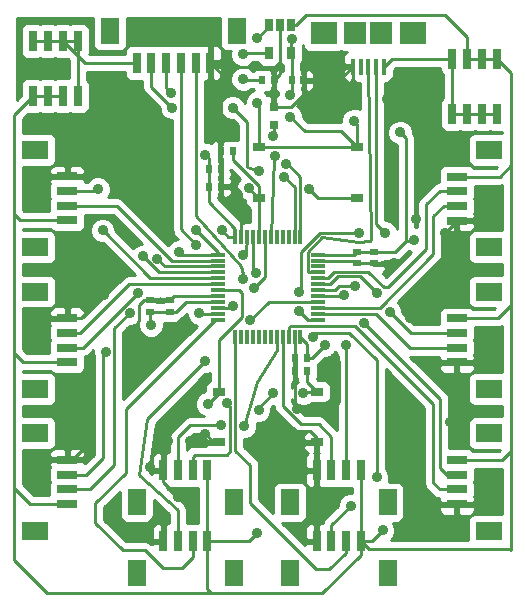
<source format=gtl>
G04 (created by PCBNEW (25-Oct-2014 BZR 4029)-stable) date Thu 30 Jul 2015 11:12:18 AM EDT*
%MOIN*%
G04 Gerber Fmt 3.4, Leading zero omitted, Abs format*
%FSLAX34Y34*%
G01*
G70*
G90*
G04 APERTURE LIST*
%ADD10C,0.00393701*%
%ADD11R,0.0472441X0.011811*%
%ADD12R,0.011811X0.0472441*%
%ADD13R,0.0413386X0.0255906*%
%ADD14R,0.0748031X0.0748031*%
%ADD15R,0.0905512X0.0748031*%
%ADD16R,0.015748X0.0551181*%
%ADD17R,0.0275591X0.0393701*%
%ADD18R,0.0283465X0.0700787*%
%ADD19R,0.0275591X0.0708661*%
%ADD20R,0.0629921X0.0866142*%
%ADD21R,0.0708661X0.0275591*%
%ADD22R,0.0866142X0.0629921*%
%ADD23R,0.0314961X0.0314961*%
%ADD24R,0.023622X0.0275591*%
%ADD25R,0.0275591X0.023622*%
%ADD26C,0.035*%
%ADD27C,0.01*%
G04 APERTURE END LIST*
G54D10*
G54D11*
X48326Y-39665D03*
X48326Y-39862D03*
X48326Y-40059D03*
X48326Y-40255D03*
X48326Y-40452D03*
X48326Y-40649D03*
X48326Y-40846D03*
X48326Y-41043D03*
X48326Y-41240D03*
X48326Y-41437D03*
X48326Y-41633D03*
X48326Y-41830D03*
X51673Y-41830D03*
X51673Y-41633D03*
X51673Y-41437D03*
X51673Y-41240D03*
X51673Y-41043D03*
X51673Y-40846D03*
X51673Y-40649D03*
X51673Y-40452D03*
X51673Y-40255D03*
X51673Y-40059D03*
X51673Y-39862D03*
X51673Y-39665D03*
G54D12*
X48917Y-42421D03*
X49114Y-42421D03*
X49311Y-42421D03*
X49507Y-42421D03*
X49704Y-42421D03*
X49901Y-42421D03*
X50098Y-42421D03*
X50295Y-42421D03*
X50492Y-42421D03*
X50688Y-42421D03*
X50885Y-42421D03*
X51082Y-42421D03*
X51082Y-39074D03*
X50885Y-39074D03*
X50688Y-39074D03*
X50492Y-39074D03*
X50295Y-39074D03*
X50098Y-39074D03*
X49901Y-39074D03*
X49704Y-39074D03*
X49507Y-39074D03*
X49311Y-39074D03*
X49114Y-39074D03*
X48917Y-39074D03*
G54D13*
X48366Y-45925D03*
X48366Y-44232D03*
X51633Y-45925D03*
X51633Y-44232D03*
X49704Y-37775D03*
X49704Y-36082D03*
X52972Y-37775D03*
X52972Y-36082D03*
G54D14*
X53779Y-32283D03*
X52913Y-32283D03*
G54D15*
X54822Y-32283D03*
X51870Y-32283D03*
G54D16*
X53346Y-33405D03*
X53602Y-33405D03*
X53858Y-33405D03*
X53090Y-33405D03*
X52834Y-33405D03*
G54D17*
X50393Y-32007D03*
X50767Y-32007D03*
X50019Y-32007D03*
X50767Y-32952D03*
X50019Y-32952D03*
G54D18*
X56639Y-34976D03*
X56139Y-34976D03*
X57139Y-34976D03*
X57639Y-34976D03*
X57639Y-33133D03*
X57139Y-33133D03*
X56639Y-33133D03*
X56139Y-33133D03*
X43163Y-32543D03*
X43663Y-32543D03*
X42663Y-32543D03*
X42163Y-32543D03*
X42163Y-34385D03*
X42663Y-34385D03*
X43163Y-34385D03*
X43663Y-34385D03*
G54D19*
X47096Y-33267D03*
X47588Y-33267D03*
X48080Y-33267D03*
X46604Y-33267D03*
X46112Y-33267D03*
X45620Y-33267D03*
G54D20*
X44734Y-32204D03*
X48966Y-32204D03*
G54D19*
X46998Y-46850D03*
X46505Y-46850D03*
X47490Y-46850D03*
X47972Y-46850D03*
G54D20*
X48868Y-47913D03*
X45620Y-47913D03*
G54D21*
X43307Y-37549D03*
X43307Y-37057D03*
X43307Y-38041D03*
X43307Y-38523D03*
G54D22*
X42244Y-39419D03*
X42244Y-36171D03*
G54D21*
X43307Y-42273D03*
X43307Y-41781D03*
X43307Y-42765D03*
X43307Y-43248D03*
G54D22*
X42244Y-44143D03*
X42244Y-40895D03*
G54D21*
X43307Y-46998D03*
X43307Y-46505D03*
X43307Y-47490D03*
X43307Y-47972D03*
G54D22*
X42244Y-48868D03*
X42244Y-45620D03*
G54D19*
X46998Y-49212D03*
X46505Y-49212D03*
X47490Y-49212D03*
X47972Y-49212D03*
G54D20*
X48868Y-50275D03*
X45620Y-50275D03*
G54D19*
X52116Y-49212D03*
X51624Y-49212D03*
X52608Y-49212D03*
X53090Y-49212D03*
G54D20*
X53986Y-50275D03*
X50738Y-50275D03*
G54D19*
X52116Y-46850D03*
X51624Y-46850D03*
X52608Y-46850D03*
X53090Y-46850D03*
G54D20*
X53986Y-47913D03*
X50738Y-47913D03*
G54D21*
X56299Y-47490D03*
X56299Y-47982D03*
X56299Y-46998D03*
X56299Y-46515D03*
G54D22*
X57362Y-45620D03*
X57362Y-48868D03*
G54D21*
X56299Y-42765D03*
X56299Y-43257D03*
X56299Y-42273D03*
X56299Y-41791D03*
G54D22*
X57362Y-40895D03*
X57362Y-44143D03*
G54D21*
X56299Y-38041D03*
X56299Y-38533D03*
X56299Y-37549D03*
X56299Y-37066D03*
G54D22*
X57362Y-36171D03*
X57362Y-39419D03*
G54D23*
X50196Y-35334D03*
X50196Y-34744D03*
G54D24*
X48031Y-37401D03*
X48425Y-37401D03*
G54D25*
X46732Y-41181D03*
X46732Y-41574D03*
X52952Y-39566D03*
X52952Y-39960D03*
G54D24*
X50905Y-43110D03*
X51299Y-43110D03*
X48425Y-36811D03*
X48031Y-36811D03*
G54D25*
X53543Y-39566D03*
X53543Y-39960D03*
X46062Y-41181D03*
X46062Y-41574D03*
G54D24*
X50905Y-43543D03*
X51299Y-43543D03*
X48818Y-36220D03*
X48425Y-36220D03*
X49803Y-33858D03*
X50196Y-33858D03*
X50787Y-33858D03*
X51181Y-33858D03*
G54D26*
X51889Y-42677D03*
X54881Y-39173D03*
X47047Y-39566D03*
X46102Y-42007D03*
X47913Y-36338D03*
X49645Y-34606D03*
X47598Y-38858D03*
X48464Y-38858D03*
X52874Y-35196D03*
X54409Y-35590D03*
X50748Y-34330D03*
X50748Y-35078D03*
X50787Y-32480D03*
X49645Y-32440D03*
X49645Y-48937D03*
X53818Y-48858D03*
X48661Y-37952D03*
X44881Y-39960D03*
X52244Y-43110D03*
X54724Y-41771D03*
X50708Y-45551D03*
X50984Y-44803D03*
X55314Y-43267D03*
X55393Y-41732D03*
X55826Y-40000D03*
X54212Y-39960D03*
X42362Y-37362D03*
X43307Y-39173D03*
X45393Y-42204D03*
X44527Y-41023D03*
X55905Y-38937D03*
X54921Y-38464D03*
X53976Y-34488D03*
X52952Y-34488D03*
X56062Y-45236D03*
X55039Y-45236D03*
X44094Y-45866D03*
X46062Y-46732D03*
X47401Y-45866D03*
X46653Y-45866D03*
X47007Y-47755D03*
X46496Y-48307D03*
X47913Y-45629D03*
X49448Y-45944D03*
X47913Y-43228D03*
X49606Y-40275D03*
X46811Y-34763D03*
X48818Y-34763D03*
X49685Y-36889D03*
X50551Y-37086D03*
X46771Y-34291D03*
X50590Y-36653D03*
X49173Y-40472D03*
X48818Y-41377D03*
X47598Y-39330D03*
X47716Y-41614D03*
X44330Y-37480D03*
X44488Y-38858D03*
X47992Y-44645D03*
X49685Y-44842D03*
X50157Y-44291D03*
X51181Y-44291D03*
X48425Y-45354D03*
X49212Y-45393D03*
X50157Y-35708D03*
X50236Y-36377D03*
X54055Y-41574D03*
X53622Y-40944D03*
X53188Y-41929D03*
X52913Y-40708D03*
X52598Y-42677D03*
X52519Y-41023D03*
X52755Y-48031D03*
X53622Y-47086D03*
X51496Y-42401D03*
X49173Y-39685D03*
X48622Y-44606D03*
X49409Y-41850D03*
X45393Y-41614D03*
X45826Y-39724D03*
X44606Y-42913D03*
X49527Y-40787D03*
X49173Y-32992D03*
X49173Y-33818D03*
X53897Y-38937D03*
X53031Y-38937D03*
X51023Y-40905D03*
X51023Y-41535D03*
X51377Y-37480D03*
X49370Y-37440D03*
X45669Y-40944D03*
X46299Y-39803D03*
G54D27*
X46732Y-41574D02*
X46062Y-41574D01*
X54606Y-39212D02*
X54842Y-39212D01*
X51456Y-43110D02*
X51299Y-43110D01*
X51889Y-42677D02*
X51456Y-43110D01*
X54842Y-39212D02*
X54881Y-39173D01*
X46062Y-41574D02*
X46062Y-41968D01*
X47145Y-39665D02*
X48326Y-39665D01*
X47047Y-39566D02*
X47145Y-39665D01*
X46062Y-41968D02*
X46102Y-42007D01*
X49704Y-36082D02*
X49704Y-34665D01*
X48031Y-36456D02*
X48031Y-36811D01*
X47913Y-36338D02*
X48031Y-36456D01*
X49704Y-34665D02*
X49645Y-34606D01*
X48326Y-39665D02*
X48326Y-39586D01*
X48326Y-39586D02*
X47598Y-38858D01*
X48464Y-38858D02*
X48681Y-39074D01*
X48681Y-39074D02*
X48917Y-39074D01*
X53543Y-39566D02*
X54251Y-39566D01*
X52972Y-35295D02*
X52972Y-36082D01*
X52874Y-35196D02*
X52972Y-35295D01*
X54606Y-35787D02*
X54409Y-35590D01*
X54606Y-39212D02*
X54606Y-35787D01*
X54251Y-39566D02*
X54606Y-39212D01*
X50787Y-33858D02*
X50787Y-34291D01*
X50787Y-34291D02*
X50748Y-34330D01*
X50748Y-35078D02*
X51220Y-35551D01*
X51220Y-35551D02*
X52440Y-35551D01*
X52440Y-35551D02*
X52972Y-36082D01*
X50019Y-32007D02*
X50019Y-32066D01*
X50767Y-32500D02*
X50767Y-32952D01*
X50787Y-32480D02*
X50767Y-32500D01*
X50019Y-32066D02*
X49645Y-32440D01*
X50787Y-33858D02*
X50787Y-32972D01*
X50787Y-32972D02*
X50767Y-32952D01*
X51673Y-39665D02*
X52854Y-39665D01*
X52854Y-39665D02*
X52952Y-39566D01*
X52952Y-39566D02*
X53543Y-39566D01*
X51299Y-43110D02*
X51299Y-42637D01*
X51299Y-42637D02*
X51082Y-42421D01*
X48326Y-41240D02*
X47263Y-41240D01*
X46929Y-41574D02*
X46062Y-41574D01*
X47263Y-41240D02*
X46929Y-41574D01*
X49704Y-36082D02*
X52972Y-36082D01*
X48031Y-37401D02*
X48031Y-36811D01*
X48917Y-39074D02*
X48917Y-38799D01*
X48031Y-37913D02*
X48031Y-37401D01*
X48917Y-38799D02*
X48031Y-37913D01*
X53090Y-49212D02*
X53464Y-49212D01*
X49370Y-49212D02*
X47972Y-49212D01*
X49645Y-48937D02*
X49370Y-49212D01*
X53464Y-49212D02*
X53818Y-48858D01*
X57139Y-33133D02*
X57639Y-33133D01*
X50767Y-32007D02*
X50944Y-32007D01*
X56639Y-32427D02*
X56639Y-33133D01*
X55905Y-31692D02*
X56639Y-32427D01*
X51259Y-31692D02*
X55905Y-31692D01*
X50944Y-32007D02*
X51259Y-31692D01*
X43307Y-38523D02*
X41751Y-38523D01*
X41751Y-38523D02*
X41535Y-38307D01*
X43307Y-47972D02*
X42066Y-47972D01*
X42066Y-47972D02*
X41535Y-47440D01*
X43307Y-43248D02*
X41830Y-43248D01*
X41830Y-43248D02*
X41535Y-42952D01*
X42163Y-34385D02*
X42663Y-34385D01*
X42663Y-34385D02*
X43163Y-34385D01*
X48110Y-50944D02*
X42637Y-50944D01*
X41535Y-35013D02*
X42163Y-34385D01*
X41535Y-49842D02*
X41535Y-47992D01*
X41535Y-47992D02*
X41535Y-47440D01*
X41535Y-47440D02*
X41535Y-42952D01*
X41535Y-42952D02*
X41535Y-38307D01*
X41535Y-38307D02*
X41535Y-35013D01*
X42637Y-50944D02*
X41535Y-49842D01*
X53090Y-49212D02*
X53090Y-49665D01*
X47972Y-50807D02*
X47972Y-46850D01*
X48110Y-50944D02*
X47972Y-50807D01*
X51811Y-50944D02*
X48110Y-50944D01*
X53090Y-49665D02*
X51811Y-50944D01*
X53090Y-46850D02*
X53090Y-49212D01*
X58110Y-46220D02*
X58110Y-49527D01*
X53366Y-49488D02*
X53090Y-49212D01*
X58070Y-49488D02*
X53366Y-49488D01*
X58110Y-49527D02*
X58070Y-49488D01*
X56299Y-41791D02*
X57657Y-41791D01*
X57657Y-41791D02*
X58110Y-41338D01*
X58110Y-36692D02*
X58110Y-41338D01*
X58110Y-41338D02*
X58110Y-46220D01*
X57814Y-46515D02*
X56299Y-46515D01*
X58110Y-46220D02*
X57814Y-46515D01*
X56299Y-37066D02*
X57736Y-37066D01*
X58110Y-33604D02*
X57639Y-33133D01*
X58110Y-36692D02*
X58110Y-33604D01*
X57736Y-37066D02*
X58110Y-36692D01*
X57639Y-33133D02*
X56639Y-33133D01*
X44527Y-41023D02*
X44527Y-40314D01*
X48425Y-37716D02*
X48425Y-37401D01*
X48661Y-37952D02*
X48425Y-37716D01*
X44527Y-40314D02*
X44881Y-39960D01*
X55393Y-41732D02*
X54763Y-41732D01*
X52125Y-44803D02*
X50984Y-44803D01*
X52362Y-44566D02*
X52125Y-44803D01*
X52362Y-43228D02*
X52362Y-44566D01*
X52244Y-43110D02*
X52362Y-43228D01*
X54763Y-41732D02*
X54724Y-41771D01*
X55826Y-40000D02*
X55826Y-40708D01*
X55393Y-41141D02*
X55393Y-41732D01*
X55826Y-40708D02*
X55393Y-41141D01*
X51633Y-45925D02*
X51633Y-45767D01*
X51633Y-45767D02*
X51417Y-45551D01*
X51417Y-45551D02*
X50708Y-45551D01*
X50905Y-44724D02*
X50905Y-43543D01*
X50984Y-44803D02*
X50905Y-44724D01*
X56299Y-43257D02*
X55324Y-43257D01*
X55324Y-43257D02*
X55314Y-43267D01*
X56299Y-40826D02*
X56299Y-38533D01*
X55393Y-41732D02*
X56299Y-40826D01*
X53543Y-39960D02*
X54212Y-39960D01*
X55905Y-39921D02*
X55905Y-38937D01*
X55826Y-40000D02*
X55905Y-39921D01*
X43307Y-41781D02*
X43307Y-39173D01*
X42667Y-37057D02*
X43307Y-37057D01*
X42362Y-37362D02*
X42667Y-37057D01*
X43307Y-41781D02*
X43769Y-41781D01*
X45866Y-41181D02*
X46062Y-41181D01*
X45708Y-41338D02*
X45866Y-41181D01*
X45708Y-41889D02*
X45708Y-41338D01*
X45393Y-42204D02*
X45708Y-41889D01*
X43769Y-41781D02*
X44527Y-41023D01*
X56299Y-38533D02*
X56299Y-38543D01*
X56299Y-38543D02*
X55905Y-38937D01*
X52834Y-34370D02*
X52834Y-33405D01*
X54921Y-38464D02*
X54921Y-36181D01*
X54921Y-36181D02*
X54921Y-34606D01*
X54921Y-34606D02*
X54803Y-34488D01*
X54803Y-34488D02*
X53976Y-34488D01*
X52952Y-34488D02*
X52834Y-34370D01*
X56299Y-47982D02*
X55620Y-47982D01*
X56299Y-45000D02*
X56299Y-43257D01*
X56062Y-45236D02*
X56299Y-45000D01*
X55039Y-47401D02*
X55039Y-45236D01*
X55620Y-47982D02*
X55039Y-47401D01*
X51624Y-49212D02*
X51624Y-46850D01*
X46505Y-46850D02*
X46181Y-46850D01*
X43454Y-46505D02*
X43307Y-46505D01*
X44094Y-45866D02*
X43454Y-46505D01*
X46181Y-46850D02*
X46062Y-46732D01*
X46505Y-46850D02*
X46505Y-46013D01*
X47637Y-45629D02*
X47913Y-45629D01*
X47401Y-45866D02*
X47637Y-45629D01*
X46505Y-46013D02*
X46653Y-45866D01*
X46505Y-49212D02*
X46505Y-48316D01*
X46505Y-47253D02*
X46505Y-46850D01*
X47007Y-47755D02*
X46505Y-47253D01*
X46505Y-48316D02*
X46496Y-48307D01*
X51633Y-45925D02*
X51633Y-46840D01*
X51633Y-46840D02*
X51624Y-46850D01*
X48366Y-45925D02*
X48208Y-45925D01*
X48208Y-45925D02*
X47913Y-45629D01*
X49468Y-45925D02*
X51633Y-45925D01*
X49448Y-45944D02*
X49468Y-45925D01*
X51673Y-39862D02*
X52854Y-39862D01*
X52854Y-39862D02*
X52952Y-39960D01*
X52952Y-39960D02*
X53543Y-39960D01*
X50905Y-43543D02*
X50905Y-43110D01*
X50905Y-43110D02*
X50885Y-43090D01*
X50885Y-43090D02*
X50885Y-42421D01*
X48326Y-41043D02*
X46870Y-41043D01*
X46870Y-41043D02*
X46732Y-41181D01*
X46732Y-41181D02*
X46062Y-41181D01*
X49114Y-39074D02*
X49114Y-37618D01*
X49114Y-37618D02*
X48897Y-37401D01*
X48897Y-37401D02*
X48425Y-37401D01*
X48425Y-37401D02*
X48425Y-36811D01*
X48425Y-36811D02*
X48425Y-36220D01*
X48425Y-36220D02*
X48425Y-33612D01*
X48425Y-33612D02*
X48080Y-33267D01*
X51181Y-33858D02*
X52381Y-33858D01*
X52381Y-33858D02*
X52834Y-33405D01*
X50393Y-33425D02*
X48238Y-33425D01*
X48238Y-33425D02*
X48080Y-33267D01*
X50393Y-32007D02*
X50393Y-33425D01*
X50393Y-33425D02*
X50393Y-33661D01*
X50393Y-33661D02*
X50196Y-33858D01*
X50196Y-34744D02*
X50767Y-34744D01*
X51181Y-34330D02*
X51181Y-33858D01*
X50767Y-34744D02*
X51181Y-34330D01*
X50196Y-34744D02*
X50196Y-33858D01*
X49507Y-39074D02*
X49507Y-40177D01*
X46998Y-48179D02*
X46998Y-49212D01*
X45708Y-47007D02*
X46998Y-48179D01*
X45984Y-45157D02*
X45708Y-47007D01*
X47913Y-43228D02*
X45984Y-45157D01*
X49507Y-40177D02*
X49606Y-40275D01*
X50492Y-42421D02*
X50492Y-44704D01*
X52116Y-45738D02*
X52116Y-46850D01*
X51692Y-45314D02*
X52116Y-45738D01*
X51102Y-45314D02*
X51692Y-45314D01*
X50492Y-44704D02*
X51102Y-45314D01*
X50885Y-39074D02*
X50885Y-37421D01*
X46112Y-34064D02*
X46112Y-33267D01*
X46811Y-34763D02*
X46112Y-34064D01*
X49291Y-35236D02*
X48818Y-34763D01*
X49291Y-36732D02*
X49291Y-35236D01*
X49685Y-36889D02*
X49291Y-36732D01*
X50885Y-37421D02*
X50551Y-37086D01*
X51082Y-39074D02*
X51082Y-37066D01*
X46604Y-34124D02*
X46604Y-33267D01*
X46771Y-34291D02*
X46604Y-34124D01*
X50669Y-36653D02*
X50590Y-36653D01*
X51082Y-37066D02*
X50669Y-36653D01*
X48326Y-41437D02*
X48759Y-41437D01*
X47598Y-33277D02*
X47588Y-33267D01*
X47598Y-38385D02*
X47598Y-33277D01*
X49094Y-40039D02*
X47598Y-38385D01*
X49212Y-40433D02*
X49094Y-40039D01*
X49173Y-40472D02*
X49212Y-40433D01*
X48759Y-41437D02*
X48818Y-41377D01*
X48326Y-41633D02*
X47736Y-41633D01*
X47096Y-38828D02*
X47096Y-33267D01*
X47598Y-39330D02*
X47096Y-38828D01*
X47736Y-41633D02*
X47716Y-41614D01*
X48326Y-40649D02*
X45374Y-40649D01*
X43750Y-42273D02*
X43307Y-42273D01*
X45374Y-40649D02*
X43750Y-42273D01*
X48326Y-40452D02*
X46082Y-40452D01*
X44261Y-37549D02*
X43307Y-37549D01*
X44330Y-37480D02*
X44261Y-37549D01*
X46082Y-40452D02*
X44488Y-38858D01*
X51633Y-44232D02*
X51240Y-44232D01*
X48366Y-44271D02*
X48366Y-44232D01*
X47992Y-44645D02*
X48366Y-44271D01*
X49685Y-44763D02*
X49685Y-44842D01*
X50157Y-44291D02*
X49685Y-44763D01*
X51240Y-44232D02*
X51181Y-44291D01*
X51299Y-43543D02*
X51299Y-43897D01*
X51299Y-43897D02*
X51633Y-44232D01*
X48326Y-40846D02*
X49035Y-40846D01*
X49035Y-40846D02*
X49133Y-40944D01*
X49133Y-40944D02*
X49133Y-41732D01*
X49133Y-41732D02*
X48366Y-42500D01*
X48366Y-42500D02*
X48366Y-44232D01*
X56139Y-34976D02*
X56639Y-34976D01*
X56639Y-34976D02*
X57139Y-34976D01*
X57139Y-34976D02*
X57639Y-34976D01*
X56139Y-34976D02*
X56139Y-33133D01*
X56139Y-33133D02*
X54129Y-33133D01*
X54129Y-33133D02*
X53858Y-33405D01*
X50295Y-42421D02*
X50295Y-42854D01*
X46998Y-45757D02*
X46998Y-46850D01*
X47401Y-45354D02*
X46998Y-45757D01*
X48425Y-45354D02*
X47401Y-45354D01*
X49644Y-43924D02*
X49212Y-45393D01*
X50295Y-42854D02*
X49644Y-43924D01*
X50098Y-39074D02*
X50216Y-36397D01*
X50196Y-35669D02*
X50196Y-35334D01*
X50157Y-35708D02*
X50196Y-35669D01*
X50216Y-36397D02*
X50236Y-36377D01*
X43663Y-32543D02*
X43663Y-33033D01*
X43897Y-33267D02*
X45620Y-33267D01*
X43663Y-33033D02*
X43897Y-33267D01*
X42163Y-32543D02*
X42663Y-32543D01*
X42663Y-32543D02*
X43163Y-32543D01*
X43163Y-32543D02*
X43663Y-32543D01*
X43663Y-32543D02*
X43163Y-32543D01*
X43163Y-32543D02*
X43663Y-33043D01*
X43663Y-33043D02*
X43663Y-34385D01*
X51673Y-40452D02*
X51988Y-40452D01*
X55718Y-37549D02*
X56299Y-37549D01*
X55275Y-37992D02*
X55718Y-37549D01*
X55275Y-39488D02*
X55275Y-37992D01*
X54015Y-40748D02*
X55275Y-39488D01*
X53858Y-40748D02*
X54015Y-40748D01*
X53346Y-40236D02*
X53858Y-40748D01*
X52204Y-40236D02*
X53346Y-40236D01*
X51988Y-40452D02*
X52204Y-40236D01*
X51673Y-40649D02*
X52066Y-40649D01*
X54753Y-42273D02*
X56299Y-42273D01*
X54055Y-41574D02*
X54753Y-42273D01*
X53070Y-40393D02*
X53622Y-40944D01*
X52322Y-40393D02*
X53070Y-40393D01*
X52066Y-40649D02*
X52322Y-40393D01*
X51673Y-40846D02*
X52224Y-40846D01*
X55974Y-46998D02*
X56299Y-46998D01*
X55748Y-46771D02*
X55974Y-46998D01*
X55748Y-44488D02*
X55748Y-46771D01*
X53188Y-41929D02*
X55748Y-44488D01*
X52362Y-40708D02*
X52913Y-40708D01*
X52224Y-40846D02*
X52362Y-40708D01*
X51673Y-41043D02*
X52500Y-41043D01*
X52608Y-43001D02*
X52608Y-46850D01*
X52598Y-42677D02*
X52608Y-43001D01*
X52500Y-41043D02*
X52519Y-41023D01*
X49311Y-39074D02*
X49271Y-39586D01*
X52116Y-48671D02*
X52116Y-49212D01*
X52755Y-48031D02*
X52116Y-48671D01*
X53622Y-43188D02*
X53622Y-47086D01*
X52716Y-42283D02*
X53622Y-43188D01*
X51614Y-42283D02*
X52716Y-42283D01*
X51496Y-42401D02*
X51614Y-42283D01*
X49271Y-39586D02*
X49173Y-39685D01*
X51673Y-41240D02*
X50019Y-41240D01*
X47490Y-46407D02*
X47490Y-46850D01*
X47559Y-46338D02*
X47490Y-46407D01*
X48622Y-46338D02*
X47559Y-46338D01*
X48740Y-46220D02*
X48622Y-46338D01*
X48740Y-44724D02*
X48740Y-46220D01*
X48622Y-44606D02*
X48740Y-44724D01*
X50019Y-41240D02*
X49409Y-41850D01*
X48917Y-42421D02*
X48917Y-46200D01*
X52608Y-49596D02*
X52608Y-49212D01*
X52047Y-50157D02*
X52608Y-49596D01*
X51614Y-50157D02*
X52047Y-50157D01*
X49409Y-47952D02*
X51614Y-50157D01*
X49409Y-46692D02*
X49409Y-47952D01*
X48917Y-46200D02*
X49409Y-46692D01*
X48326Y-41830D02*
X48248Y-41830D01*
X47490Y-49753D02*
X47490Y-49212D01*
X47125Y-50118D02*
X47490Y-49753D01*
X46496Y-50118D02*
X47125Y-50118D01*
X45905Y-49527D02*
X46496Y-50118D01*
X45157Y-49527D02*
X45905Y-49527D01*
X44251Y-48622D02*
X45157Y-49527D01*
X44251Y-47952D02*
X44251Y-48622D01*
X45275Y-46929D02*
X44251Y-47952D01*
X45275Y-44803D02*
X45275Y-46929D01*
X48248Y-41830D02*
X45275Y-44803D01*
X48326Y-40255D02*
X46358Y-40255D01*
X44084Y-47490D02*
X43307Y-47490D01*
X44881Y-46692D02*
X44084Y-47490D01*
X44881Y-42125D02*
X44881Y-46692D01*
X45393Y-41614D02*
X44881Y-42125D01*
X46358Y-40255D02*
X45826Y-39724D01*
X49901Y-39074D02*
X49901Y-40413D01*
X43946Y-46998D02*
X43307Y-46998D01*
X44488Y-46456D02*
X43946Y-46998D01*
X44488Y-43031D02*
X44488Y-46456D01*
X44606Y-42913D02*
X44488Y-43031D01*
X49901Y-40413D02*
X49527Y-40787D01*
X49803Y-33858D02*
X49212Y-33858D01*
X49212Y-32952D02*
X50019Y-32952D01*
X49173Y-32992D02*
X49212Y-32952D01*
X49212Y-33858D02*
X49173Y-33818D01*
X51673Y-41830D02*
X51318Y-41830D01*
X53602Y-38641D02*
X53602Y-33405D01*
X53897Y-38937D02*
X53602Y-38641D01*
X51732Y-38937D02*
X53031Y-38937D01*
X51102Y-39566D02*
X51732Y-38937D01*
X51102Y-40826D02*
X51102Y-39566D01*
X51023Y-40905D02*
X51102Y-40826D01*
X51318Y-41830D02*
X51023Y-41535D01*
X49704Y-37775D02*
X49704Y-37381D01*
X48818Y-36496D02*
X48818Y-36220D01*
X49704Y-37381D02*
X48818Y-36496D01*
X49704Y-37775D02*
X49665Y-37775D01*
X51673Y-37775D02*
X52972Y-37775D01*
X51377Y-37480D02*
X51673Y-37775D01*
X49665Y-37775D02*
X49370Y-37440D01*
X49704Y-37775D02*
X49704Y-39074D01*
X51673Y-40255D02*
X51358Y-40255D01*
X53425Y-39173D02*
X53346Y-33405D01*
X53385Y-39212D02*
X53425Y-39173D01*
X53000Y-39250D02*
X53385Y-39212D01*
X51811Y-39094D02*
X53000Y-39250D01*
X51338Y-39566D02*
X51811Y-39094D01*
X51338Y-40236D02*
X51338Y-39566D01*
X51358Y-40255D02*
X51338Y-40236D01*
X48326Y-40059D02*
X46555Y-40059D01*
X43848Y-42765D02*
X43307Y-42765D01*
X45669Y-40944D02*
X43848Y-42765D01*
X46555Y-40059D02*
X46299Y-39803D01*
X48326Y-39862D02*
X46791Y-39862D01*
X44970Y-38041D02*
X43307Y-38041D01*
X46791Y-39862D02*
X44970Y-38041D01*
X51673Y-41437D02*
X53720Y-41437D01*
X55856Y-38041D02*
X56299Y-38041D01*
X55511Y-38385D02*
X55856Y-38041D01*
X55511Y-39645D02*
X55511Y-38385D01*
X53720Y-41437D02*
X55511Y-39645D01*
X51673Y-41633D02*
X53602Y-41633D01*
X54734Y-42765D02*
X56299Y-42765D01*
X53602Y-41633D02*
X54734Y-42765D01*
X50688Y-42421D02*
X50688Y-42106D01*
X55718Y-47490D02*
X56299Y-47490D01*
X55511Y-47283D02*
X55718Y-47490D01*
X55511Y-44645D02*
X55511Y-47283D01*
X52913Y-42047D02*
X55511Y-44645D01*
X50748Y-42047D02*
X52913Y-42047D01*
X50688Y-42106D02*
X50748Y-42047D01*
G54D10*
G36*
X44190Y-43019D02*
X44188Y-43031D01*
X44188Y-46332D01*
X43911Y-46609D01*
X43911Y-46318D01*
X43873Y-46226D01*
X43803Y-46156D01*
X43711Y-46118D01*
X43611Y-46118D01*
X43419Y-46118D01*
X43357Y-46180D01*
X43357Y-46455D01*
X43848Y-46455D01*
X43911Y-46393D01*
X43911Y-46318D01*
X43911Y-46609D01*
X43906Y-46613D01*
X43848Y-46555D01*
X43357Y-46555D01*
X43357Y-46563D01*
X43257Y-46563D01*
X43257Y-46555D01*
X43257Y-46455D01*
X43257Y-46180D01*
X43194Y-46118D01*
X43002Y-46118D01*
X42902Y-46118D01*
X42810Y-46156D01*
X42740Y-46226D01*
X42702Y-46318D01*
X42702Y-46393D01*
X42765Y-46455D01*
X43257Y-46455D01*
X43257Y-46555D01*
X42765Y-46555D01*
X42702Y-46618D01*
X42702Y-46693D01*
X42727Y-46751D01*
X42702Y-46810D01*
X42702Y-46909D01*
X42702Y-47185D01*
X42727Y-47244D01*
X42702Y-47302D01*
X42702Y-47401D01*
X42702Y-47672D01*
X42191Y-47672D01*
X41835Y-47316D01*
X41835Y-46185D01*
X41860Y-46185D01*
X42726Y-46185D01*
X42818Y-46147D01*
X42888Y-46076D01*
X42927Y-45984D01*
X42927Y-45885D01*
X42927Y-45255D01*
X42889Y-45163D01*
X42818Y-45093D01*
X42727Y-45055D01*
X42627Y-45055D01*
X41835Y-45055D01*
X41835Y-44708D01*
X41860Y-44708D01*
X42726Y-44708D01*
X42818Y-44670D01*
X42888Y-44600D01*
X42927Y-44508D01*
X42927Y-44409D01*
X42927Y-43779D01*
X42889Y-43687D01*
X42818Y-43616D01*
X42727Y-43578D01*
X42627Y-43578D01*
X41835Y-43578D01*
X41835Y-43548D01*
X42761Y-43548D01*
X42810Y-43597D01*
X42902Y-43635D01*
X43002Y-43635D01*
X43710Y-43635D01*
X43802Y-43597D01*
X43873Y-43527D01*
X43911Y-43435D01*
X43911Y-43336D01*
X43911Y-43060D01*
X43908Y-43053D01*
X43963Y-43042D01*
X43963Y-43042D01*
X44060Y-42977D01*
X44181Y-42857D01*
X44181Y-42997D01*
X44190Y-43019D01*
X44190Y-43019D01*
G37*
G54D27*
X44190Y-43019D02*
X44188Y-43031D01*
X44188Y-46332D01*
X43911Y-46609D01*
X43911Y-46318D01*
X43873Y-46226D01*
X43803Y-46156D01*
X43711Y-46118D01*
X43611Y-46118D01*
X43419Y-46118D01*
X43357Y-46180D01*
X43357Y-46455D01*
X43848Y-46455D01*
X43911Y-46393D01*
X43911Y-46318D01*
X43911Y-46609D01*
X43906Y-46613D01*
X43848Y-46555D01*
X43357Y-46555D01*
X43357Y-46563D01*
X43257Y-46563D01*
X43257Y-46555D01*
X43257Y-46455D01*
X43257Y-46180D01*
X43194Y-46118D01*
X43002Y-46118D01*
X42902Y-46118D01*
X42810Y-46156D01*
X42740Y-46226D01*
X42702Y-46318D01*
X42702Y-46393D01*
X42765Y-46455D01*
X43257Y-46455D01*
X43257Y-46555D01*
X42765Y-46555D01*
X42702Y-46618D01*
X42702Y-46693D01*
X42727Y-46751D01*
X42702Y-46810D01*
X42702Y-46909D01*
X42702Y-47185D01*
X42727Y-47244D01*
X42702Y-47302D01*
X42702Y-47401D01*
X42702Y-47672D01*
X42191Y-47672D01*
X41835Y-47316D01*
X41835Y-46185D01*
X41860Y-46185D01*
X42726Y-46185D01*
X42818Y-46147D01*
X42888Y-46076D01*
X42927Y-45984D01*
X42927Y-45885D01*
X42927Y-45255D01*
X42889Y-45163D01*
X42818Y-45093D01*
X42727Y-45055D01*
X42627Y-45055D01*
X41835Y-45055D01*
X41835Y-44708D01*
X41860Y-44708D01*
X42726Y-44708D01*
X42818Y-44670D01*
X42888Y-44600D01*
X42927Y-44508D01*
X42927Y-44409D01*
X42927Y-43779D01*
X42889Y-43687D01*
X42818Y-43616D01*
X42727Y-43578D01*
X42627Y-43578D01*
X41835Y-43578D01*
X41835Y-43548D01*
X42761Y-43548D01*
X42810Y-43597D01*
X42902Y-43635D01*
X43002Y-43635D01*
X43710Y-43635D01*
X43802Y-43597D01*
X43873Y-43527D01*
X43911Y-43435D01*
X43911Y-43336D01*
X43911Y-43060D01*
X43908Y-43053D01*
X43963Y-43042D01*
X43963Y-43042D01*
X44060Y-42977D01*
X44181Y-42857D01*
X44181Y-42997D01*
X44190Y-43019D01*
G54D10*
G36*
X45804Y-39299D02*
X45742Y-39299D01*
X45586Y-39363D01*
X45502Y-39447D01*
X44913Y-38859D01*
X44913Y-38774D01*
X44848Y-38617D01*
X44729Y-38498D01*
X44573Y-38433D01*
X44404Y-38433D01*
X44247Y-38497D01*
X44128Y-38617D01*
X44063Y-38773D01*
X44063Y-38942D01*
X44127Y-39098D01*
X44247Y-39218D01*
X44403Y-39283D01*
X44488Y-39283D01*
X45555Y-40349D01*
X45374Y-40349D01*
X45259Y-40372D01*
X45161Y-40437D01*
X43911Y-41687D01*
X43867Y-41731D01*
X43848Y-41731D01*
X43911Y-41668D01*
X43911Y-41594D01*
X43873Y-41502D01*
X43803Y-41431D01*
X43711Y-41393D01*
X43611Y-41393D01*
X43419Y-41393D01*
X43357Y-41456D01*
X43357Y-41731D01*
X43364Y-41731D01*
X43364Y-41831D01*
X43357Y-41831D01*
X43357Y-41839D01*
X43257Y-41839D01*
X43257Y-41831D01*
X43257Y-41731D01*
X43257Y-41456D01*
X43194Y-41393D01*
X43002Y-41393D01*
X42902Y-41393D01*
X42810Y-41431D01*
X42740Y-41502D01*
X42702Y-41594D01*
X42702Y-41668D01*
X42765Y-41731D01*
X43257Y-41731D01*
X43257Y-41831D01*
X42765Y-41831D01*
X42702Y-41893D01*
X42702Y-41968D01*
X42727Y-42027D01*
X42702Y-42085D01*
X42702Y-42185D01*
X42702Y-42460D01*
X42727Y-42519D01*
X42702Y-42578D01*
X42702Y-42677D01*
X42702Y-42948D01*
X41954Y-42948D01*
X41835Y-42828D01*
X41835Y-41460D01*
X41860Y-41460D01*
X42726Y-41460D01*
X42818Y-41422D01*
X42888Y-41352D01*
X42927Y-41260D01*
X42927Y-41161D01*
X42927Y-40531D01*
X42889Y-40439D01*
X42818Y-40368D01*
X42727Y-40330D01*
X42627Y-40330D01*
X41835Y-40330D01*
X41835Y-39984D01*
X41860Y-39984D01*
X42726Y-39984D01*
X42818Y-39946D01*
X42888Y-39876D01*
X42927Y-39784D01*
X42927Y-39684D01*
X42927Y-39054D01*
X42889Y-38962D01*
X42818Y-38892D01*
X42727Y-38854D01*
X42627Y-38854D01*
X41835Y-38854D01*
X41835Y-38823D01*
X42761Y-38823D01*
X42810Y-38873D01*
X42902Y-38911D01*
X43002Y-38911D01*
X43710Y-38911D01*
X43802Y-38873D01*
X43873Y-38803D01*
X43911Y-38711D01*
X43911Y-38611D01*
X43911Y-38341D01*
X44846Y-38341D01*
X45804Y-39299D01*
X45804Y-39299D01*
G37*
G54D27*
X45804Y-39299D02*
X45742Y-39299D01*
X45586Y-39363D01*
X45502Y-39447D01*
X44913Y-38859D01*
X44913Y-38774D01*
X44848Y-38617D01*
X44729Y-38498D01*
X44573Y-38433D01*
X44404Y-38433D01*
X44247Y-38497D01*
X44128Y-38617D01*
X44063Y-38773D01*
X44063Y-38942D01*
X44127Y-39098D01*
X44247Y-39218D01*
X44403Y-39283D01*
X44488Y-39283D01*
X45555Y-40349D01*
X45374Y-40349D01*
X45259Y-40372D01*
X45161Y-40437D01*
X43911Y-41687D01*
X43867Y-41731D01*
X43848Y-41731D01*
X43911Y-41668D01*
X43911Y-41594D01*
X43873Y-41502D01*
X43803Y-41431D01*
X43711Y-41393D01*
X43611Y-41393D01*
X43419Y-41393D01*
X43357Y-41456D01*
X43357Y-41731D01*
X43364Y-41731D01*
X43364Y-41831D01*
X43357Y-41831D01*
X43357Y-41839D01*
X43257Y-41839D01*
X43257Y-41831D01*
X43257Y-41731D01*
X43257Y-41456D01*
X43194Y-41393D01*
X43002Y-41393D01*
X42902Y-41393D01*
X42810Y-41431D01*
X42740Y-41502D01*
X42702Y-41594D01*
X42702Y-41668D01*
X42765Y-41731D01*
X43257Y-41731D01*
X43257Y-41831D01*
X42765Y-41831D01*
X42702Y-41893D01*
X42702Y-41968D01*
X42727Y-42027D01*
X42702Y-42085D01*
X42702Y-42185D01*
X42702Y-42460D01*
X42727Y-42519D01*
X42702Y-42578D01*
X42702Y-42677D01*
X42702Y-42948D01*
X41954Y-42948D01*
X41835Y-42828D01*
X41835Y-41460D01*
X41860Y-41460D01*
X42726Y-41460D01*
X42818Y-41422D01*
X42888Y-41352D01*
X42927Y-41260D01*
X42927Y-41161D01*
X42927Y-40531D01*
X42889Y-40439D01*
X42818Y-40368D01*
X42727Y-40330D01*
X42627Y-40330D01*
X41835Y-40330D01*
X41835Y-39984D01*
X41860Y-39984D01*
X42726Y-39984D01*
X42818Y-39946D01*
X42888Y-39876D01*
X42927Y-39784D01*
X42927Y-39684D01*
X42927Y-39054D01*
X42889Y-38962D01*
X42818Y-38892D01*
X42727Y-38854D01*
X42627Y-38854D01*
X41835Y-38854D01*
X41835Y-38823D01*
X42761Y-38823D01*
X42810Y-38873D01*
X42902Y-38911D01*
X43002Y-38911D01*
X43710Y-38911D01*
X43802Y-38873D01*
X43873Y-38803D01*
X43911Y-38711D01*
X43911Y-38611D01*
X43911Y-38341D01*
X44846Y-38341D01*
X45804Y-39299D01*
G54D10*
G36*
X46698Y-48610D02*
X46693Y-48608D01*
X46618Y-48608D01*
X46555Y-48670D01*
X46555Y-49162D01*
X46563Y-49162D01*
X46563Y-49262D01*
X46555Y-49262D01*
X46555Y-49270D01*
X46455Y-49270D01*
X46455Y-49262D01*
X46455Y-49162D01*
X46455Y-48670D01*
X46393Y-48608D01*
X46318Y-48608D01*
X46226Y-48646D01*
X46156Y-48716D01*
X46118Y-48808D01*
X46118Y-48907D01*
X46118Y-49100D01*
X46180Y-49162D01*
X46455Y-49162D01*
X46455Y-49262D01*
X46180Y-49262D01*
X46122Y-49320D01*
X46117Y-49315D01*
X46020Y-49250D01*
X45905Y-49227D01*
X45281Y-49227D01*
X44551Y-48497D01*
X44551Y-48077D01*
X45055Y-47573D01*
X45055Y-48395D01*
X45093Y-48487D01*
X45163Y-48558D01*
X45255Y-48596D01*
X45354Y-48596D01*
X45984Y-48596D01*
X46076Y-48558D01*
X46146Y-48488D01*
X46184Y-48396D01*
X46185Y-48296D01*
X46185Y-47846D01*
X46698Y-48313D01*
X46698Y-48610D01*
X46698Y-48610D01*
G37*
G54D27*
X46698Y-48610D02*
X46693Y-48608D01*
X46618Y-48608D01*
X46555Y-48670D01*
X46555Y-49162D01*
X46563Y-49162D01*
X46563Y-49262D01*
X46555Y-49262D01*
X46555Y-49270D01*
X46455Y-49270D01*
X46455Y-49262D01*
X46455Y-49162D01*
X46455Y-48670D01*
X46393Y-48608D01*
X46318Y-48608D01*
X46226Y-48646D01*
X46156Y-48716D01*
X46118Y-48808D01*
X46118Y-48907D01*
X46118Y-49100D01*
X46180Y-49162D01*
X46455Y-49162D01*
X46455Y-49262D01*
X46180Y-49262D01*
X46122Y-49320D01*
X46117Y-49315D01*
X46020Y-49250D01*
X45905Y-49227D01*
X45281Y-49227D01*
X44551Y-48497D01*
X44551Y-48077D01*
X45055Y-47573D01*
X45055Y-48395D01*
X45093Y-48487D01*
X45163Y-48558D01*
X45255Y-48596D01*
X45354Y-48596D01*
X45984Y-48596D01*
X46076Y-48558D01*
X46146Y-48488D01*
X46184Y-48396D01*
X46185Y-48296D01*
X46185Y-47846D01*
X46698Y-48313D01*
X46698Y-48610D01*
G54D10*
G36*
X46790Y-41206D02*
X46544Y-41206D01*
X46485Y-41231D01*
X46406Y-41231D01*
X46397Y-41240D01*
X46388Y-41231D01*
X46309Y-41231D01*
X46250Y-41206D01*
X46151Y-41206D01*
X46008Y-41206D01*
X46029Y-41185D01*
X46055Y-41123D01*
X46112Y-41123D01*
X46112Y-41131D01*
X46388Y-41131D01*
X46397Y-41121D01*
X46406Y-41131D01*
X46682Y-41131D01*
X46682Y-41123D01*
X46782Y-41123D01*
X46782Y-41131D01*
X46790Y-41131D01*
X46790Y-41206D01*
X46790Y-41206D01*
G37*
G54D27*
X46790Y-41206D02*
X46544Y-41206D01*
X46485Y-41231D01*
X46406Y-41231D01*
X46397Y-41240D01*
X46388Y-41231D01*
X46309Y-41231D01*
X46250Y-41206D01*
X46151Y-41206D01*
X46008Y-41206D01*
X46029Y-41185D01*
X46055Y-41123D01*
X46112Y-41123D01*
X46112Y-41131D01*
X46388Y-41131D01*
X46397Y-41121D01*
X46406Y-41131D01*
X46682Y-41131D01*
X46682Y-41123D01*
X46782Y-41123D01*
X46782Y-41131D01*
X46790Y-41131D01*
X46790Y-41206D01*
G54D10*
G36*
X46985Y-39141D02*
X46963Y-39141D01*
X46806Y-39206D01*
X46687Y-39325D01*
X46684Y-39331D01*
X45182Y-37829D01*
X45085Y-37764D01*
X44970Y-37741D01*
X44670Y-37741D01*
X44690Y-37721D01*
X44755Y-37565D01*
X44755Y-37396D01*
X44691Y-37239D01*
X44571Y-37120D01*
X44415Y-37055D01*
X44246Y-37055D01*
X44090Y-37119D01*
X43970Y-37239D01*
X43966Y-37249D01*
X43909Y-37249D01*
X43911Y-37244D01*
X43911Y-36869D01*
X43873Y-36777D01*
X43803Y-36707D01*
X43711Y-36669D01*
X43611Y-36669D01*
X43419Y-36669D01*
X43357Y-36731D01*
X43357Y-37007D01*
X43848Y-37007D01*
X43911Y-36944D01*
X43911Y-36869D01*
X43911Y-37244D01*
X43911Y-37169D01*
X43848Y-37107D01*
X43357Y-37107D01*
X43357Y-37114D01*
X43257Y-37114D01*
X43257Y-37107D01*
X43257Y-37007D01*
X43257Y-36731D01*
X43194Y-36669D01*
X43002Y-36669D01*
X42902Y-36669D01*
X42810Y-36707D01*
X42740Y-36777D01*
X42702Y-36869D01*
X42702Y-36944D01*
X42765Y-37007D01*
X43257Y-37007D01*
X43257Y-37107D01*
X42765Y-37107D01*
X42702Y-37169D01*
X42702Y-37244D01*
X42727Y-37303D01*
X42702Y-37361D01*
X42702Y-37460D01*
X42702Y-37736D01*
X42727Y-37795D01*
X42702Y-37853D01*
X42702Y-37953D01*
X42702Y-38223D01*
X41876Y-38223D01*
X41835Y-38182D01*
X41835Y-36736D01*
X41860Y-36736D01*
X42726Y-36736D01*
X42818Y-36698D01*
X42888Y-36628D01*
X42927Y-36536D01*
X42927Y-36436D01*
X42927Y-35806D01*
X42889Y-35714D01*
X42818Y-35644D01*
X42727Y-35606D01*
X42627Y-35606D01*
X41835Y-35606D01*
X41835Y-35138D01*
X41987Y-34986D01*
X42071Y-34986D01*
X42354Y-34986D01*
X42413Y-34961D01*
X42471Y-34986D01*
X42571Y-34986D01*
X42854Y-34986D01*
X42913Y-34961D01*
X42971Y-34986D01*
X43071Y-34986D01*
X43354Y-34986D01*
X43413Y-34961D01*
X43471Y-34986D01*
X43571Y-34986D01*
X43854Y-34986D01*
X43946Y-34948D01*
X44016Y-34878D01*
X44055Y-34786D01*
X44055Y-34686D01*
X44055Y-33985D01*
X44017Y-33894D01*
X43963Y-33840D01*
X43963Y-33567D01*
X45232Y-33567D01*
X45232Y-33671D01*
X45270Y-33763D01*
X45340Y-33833D01*
X45432Y-33872D01*
X45531Y-33872D01*
X45807Y-33872D01*
X45812Y-33870D01*
X45812Y-34064D01*
X45835Y-34179D01*
X45900Y-34277D01*
X46386Y-34763D01*
X46385Y-34847D01*
X46450Y-35004D01*
X46569Y-35123D01*
X46726Y-35188D01*
X46796Y-35188D01*
X46796Y-38828D01*
X46819Y-38943D01*
X46884Y-39040D01*
X46985Y-39141D01*
X46985Y-39141D01*
G37*
G54D27*
X46985Y-39141D02*
X46963Y-39141D01*
X46806Y-39206D01*
X46687Y-39325D01*
X46684Y-39331D01*
X45182Y-37829D01*
X45085Y-37764D01*
X44970Y-37741D01*
X44670Y-37741D01*
X44690Y-37721D01*
X44755Y-37565D01*
X44755Y-37396D01*
X44691Y-37239D01*
X44571Y-37120D01*
X44415Y-37055D01*
X44246Y-37055D01*
X44090Y-37119D01*
X43970Y-37239D01*
X43966Y-37249D01*
X43909Y-37249D01*
X43911Y-37244D01*
X43911Y-36869D01*
X43873Y-36777D01*
X43803Y-36707D01*
X43711Y-36669D01*
X43611Y-36669D01*
X43419Y-36669D01*
X43357Y-36731D01*
X43357Y-37007D01*
X43848Y-37007D01*
X43911Y-36944D01*
X43911Y-36869D01*
X43911Y-37244D01*
X43911Y-37169D01*
X43848Y-37107D01*
X43357Y-37107D01*
X43357Y-37114D01*
X43257Y-37114D01*
X43257Y-37107D01*
X43257Y-37007D01*
X43257Y-36731D01*
X43194Y-36669D01*
X43002Y-36669D01*
X42902Y-36669D01*
X42810Y-36707D01*
X42740Y-36777D01*
X42702Y-36869D01*
X42702Y-36944D01*
X42765Y-37007D01*
X43257Y-37007D01*
X43257Y-37107D01*
X42765Y-37107D01*
X42702Y-37169D01*
X42702Y-37244D01*
X42727Y-37303D01*
X42702Y-37361D01*
X42702Y-37460D01*
X42702Y-37736D01*
X42727Y-37795D01*
X42702Y-37853D01*
X42702Y-37953D01*
X42702Y-38223D01*
X41876Y-38223D01*
X41835Y-38182D01*
X41835Y-36736D01*
X41860Y-36736D01*
X42726Y-36736D01*
X42818Y-36698D01*
X42888Y-36628D01*
X42927Y-36536D01*
X42927Y-36436D01*
X42927Y-35806D01*
X42889Y-35714D01*
X42818Y-35644D01*
X42727Y-35606D01*
X42627Y-35606D01*
X41835Y-35606D01*
X41835Y-35138D01*
X41987Y-34986D01*
X42071Y-34986D01*
X42354Y-34986D01*
X42413Y-34961D01*
X42471Y-34986D01*
X42571Y-34986D01*
X42854Y-34986D01*
X42913Y-34961D01*
X42971Y-34986D01*
X43071Y-34986D01*
X43354Y-34986D01*
X43413Y-34961D01*
X43471Y-34986D01*
X43571Y-34986D01*
X43854Y-34986D01*
X43946Y-34948D01*
X44016Y-34878D01*
X44055Y-34786D01*
X44055Y-34686D01*
X44055Y-33985D01*
X44017Y-33894D01*
X43963Y-33840D01*
X43963Y-33567D01*
X45232Y-33567D01*
X45232Y-33671D01*
X45270Y-33763D01*
X45340Y-33833D01*
X45432Y-33872D01*
X45531Y-33872D01*
X45807Y-33872D01*
X45812Y-33870D01*
X45812Y-34064D01*
X45835Y-34179D01*
X45900Y-34277D01*
X46386Y-34763D01*
X46385Y-34847D01*
X46450Y-35004D01*
X46569Y-35123D01*
X46726Y-35188D01*
X46796Y-35188D01*
X46796Y-38828D01*
X46819Y-38943D01*
X46884Y-39040D01*
X46985Y-39141D01*
G54D10*
G36*
X47620Y-42034D02*
X45181Y-44472D01*
X45181Y-42250D01*
X45392Y-42039D01*
X45477Y-42039D01*
X45634Y-41974D01*
X45677Y-41931D01*
X45677Y-42092D01*
X45741Y-42248D01*
X45861Y-42367D01*
X46017Y-42432D01*
X46186Y-42432D01*
X46342Y-42368D01*
X46462Y-42248D01*
X46527Y-42092D01*
X46527Y-41935D01*
X46544Y-41942D01*
X46643Y-41942D01*
X46919Y-41942D01*
X47011Y-41904D01*
X47081Y-41834D01*
X47086Y-41823D01*
X47141Y-41786D01*
X47291Y-41636D01*
X47291Y-41698D01*
X47356Y-41854D01*
X47475Y-41974D01*
X47620Y-42034D01*
X47620Y-42034D01*
G37*
G54D27*
X47620Y-42034D02*
X45181Y-44472D01*
X45181Y-42250D01*
X45392Y-42039D01*
X45477Y-42039D01*
X45634Y-41974D01*
X45677Y-41931D01*
X45677Y-42092D01*
X45741Y-42248D01*
X45861Y-42367D01*
X46017Y-42432D01*
X46186Y-42432D01*
X46342Y-42368D01*
X46462Y-42248D01*
X46527Y-42092D01*
X46527Y-41935D01*
X46544Y-41942D01*
X46643Y-41942D01*
X46919Y-41942D01*
X47011Y-41904D01*
X47081Y-41834D01*
X47086Y-41823D01*
X47141Y-41786D01*
X47291Y-41636D01*
X47291Y-41698D01*
X47356Y-41854D01*
X47475Y-41974D01*
X47620Y-42034D01*
G54D10*
G36*
X47672Y-48608D02*
X47578Y-48608D01*
X47302Y-48608D01*
X47298Y-48610D01*
X47298Y-48179D01*
X47296Y-48169D01*
X47296Y-48166D01*
X47290Y-48140D01*
X47275Y-48064D01*
X47269Y-48055D01*
X47268Y-48052D01*
X47255Y-48035D01*
X47210Y-47967D01*
X47200Y-47960D01*
X47198Y-47958D01*
X46645Y-47454D01*
X46693Y-47454D01*
X46751Y-47430D01*
X46810Y-47454D01*
X46909Y-47454D01*
X47185Y-47454D01*
X47244Y-47430D01*
X47302Y-47454D01*
X47401Y-47454D01*
X47672Y-47454D01*
X47672Y-48608D01*
X47672Y-48608D01*
G37*
G54D27*
X47672Y-48608D02*
X47578Y-48608D01*
X47302Y-48608D01*
X47298Y-48610D01*
X47298Y-48179D01*
X47296Y-48169D01*
X47296Y-48166D01*
X47290Y-48140D01*
X47275Y-48064D01*
X47269Y-48055D01*
X47268Y-48052D01*
X47255Y-48035D01*
X47210Y-47967D01*
X47200Y-47960D01*
X47198Y-47958D01*
X46645Y-47454D01*
X46693Y-47454D01*
X46751Y-47430D01*
X46810Y-47454D01*
X46909Y-47454D01*
X47185Y-47454D01*
X47244Y-47430D01*
X47302Y-47454D01*
X47401Y-47454D01*
X47672Y-47454D01*
X47672Y-48608D01*
G54D10*
G36*
X48066Y-43872D02*
X48018Y-43892D01*
X47947Y-43962D01*
X47909Y-44054D01*
X47909Y-44153D01*
X47909Y-44220D01*
X47907Y-44220D01*
X47751Y-44285D01*
X47632Y-44404D01*
X47567Y-44560D01*
X47567Y-44729D01*
X47631Y-44886D01*
X47751Y-45005D01*
X47868Y-45054D01*
X47401Y-45054D01*
X47286Y-45077D01*
X47189Y-45142D01*
X46785Y-45545D01*
X46720Y-45643D01*
X46698Y-45757D01*
X46698Y-46248D01*
X46693Y-46246D01*
X46618Y-46246D01*
X46555Y-46308D01*
X46555Y-46800D01*
X46563Y-46800D01*
X46563Y-46900D01*
X46555Y-46900D01*
X46555Y-46908D01*
X46455Y-46908D01*
X46455Y-46900D01*
X46455Y-46800D01*
X46455Y-46308D01*
X46393Y-46246D01*
X46318Y-46246D01*
X46226Y-46283D01*
X46156Y-46354D01*
X46118Y-46446D01*
X46118Y-46545D01*
X46118Y-46737D01*
X46180Y-46800D01*
X46455Y-46800D01*
X46455Y-46900D01*
X46180Y-46900D01*
X46118Y-46962D01*
X46118Y-46974D01*
X46029Y-46893D01*
X46267Y-45298D01*
X47912Y-43653D01*
X47997Y-43653D01*
X48066Y-43625D01*
X48066Y-43872D01*
X48066Y-43872D01*
G37*
G54D27*
X48066Y-43872D02*
X48018Y-43892D01*
X47947Y-43962D01*
X47909Y-44054D01*
X47909Y-44153D01*
X47909Y-44220D01*
X47907Y-44220D01*
X47751Y-44285D01*
X47632Y-44404D01*
X47567Y-44560D01*
X47567Y-44729D01*
X47631Y-44886D01*
X47751Y-45005D01*
X47868Y-45054D01*
X47401Y-45054D01*
X47286Y-45077D01*
X47189Y-45142D01*
X46785Y-45545D01*
X46720Y-45643D01*
X46698Y-45757D01*
X46698Y-46248D01*
X46693Y-46246D01*
X46618Y-46246D01*
X46555Y-46308D01*
X46555Y-46800D01*
X46563Y-46800D01*
X46563Y-46900D01*
X46555Y-46900D01*
X46555Y-46908D01*
X46455Y-46908D01*
X46455Y-46900D01*
X46455Y-46800D01*
X46455Y-46308D01*
X46393Y-46246D01*
X46318Y-46246D01*
X46226Y-46283D01*
X46156Y-46354D01*
X46118Y-46446D01*
X46118Y-46545D01*
X46118Y-46737D01*
X46180Y-46800D01*
X46455Y-46800D01*
X46455Y-46900D01*
X46180Y-46900D01*
X46118Y-46962D01*
X46118Y-46974D01*
X46029Y-46893D01*
X46267Y-45298D01*
X47912Y-43653D01*
X47997Y-43653D01*
X48066Y-43625D01*
X48066Y-43872D01*
G54D10*
G36*
X48424Y-45975D02*
X48416Y-45975D01*
X48416Y-45983D01*
X48316Y-45983D01*
X48316Y-45975D01*
X47971Y-45975D01*
X47909Y-46037D01*
X47909Y-46003D01*
X47909Y-46038D01*
X47559Y-46038D01*
X47444Y-46061D01*
X47346Y-46126D01*
X47298Y-46175D01*
X47298Y-45882D01*
X47525Y-45654D01*
X47948Y-45654D01*
X47947Y-45655D01*
X47909Y-45747D01*
X47909Y-45846D01*
X47909Y-45812D01*
X47971Y-45875D01*
X48316Y-45875D01*
X48316Y-45867D01*
X48416Y-45867D01*
X48416Y-45875D01*
X48424Y-45875D01*
X48424Y-45975D01*
X48424Y-45975D01*
G37*
G54D27*
X48424Y-45975D02*
X48416Y-45975D01*
X48416Y-45983D01*
X48316Y-45983D01*
X48316Y-45975D01*
X47971Y-45975D01*
X47909Y-46037D01*
X47909Y-46003D01*
X47909Y-46038D01*
X47559Y-46038D01*
X47444Y-46061D01*
X47346Y-46126D01*
X47298Y-46175D01*
X47298Y-45882D01*
X47525Y-45654D01*
X47948Y-45654D01*
X47947Y-45655D01*
X47909Y-45747D01*
X47909Y-45846D01*
X47909Y-45812D01*
X47971Y-45875D01*
X48316Y-45875D01*
X48316Y-45867D01*
X48416Y-45867D01*
X48416Y-45875D01*
X48424Y-45875D01*
X48424Y-45975D01*
G54D10*
G36*
X49529Y-34194D02*
X49405Y-34245D01*
X49285Y-34365D01*
X49220Y-34521D01*
X49220Y-34623D01*
X49179Y-34523D01*
X49059Y-34403D01*
X48903Y-34338D01*
X48734Y-34338D01*
X48578Y-34403D01*
X48468Y-34513D01*
X48468Y-33572D01*
X48468Y-32962D01*
X48468Y-32863D01*
X48430Y-32771D01*
X48359Y-32701D01*
X48268Y-32663D01*
X48193Y-32663D01*
X48130Y-32725D01*
X48130Y-33217D01*
X48406Y-33217D01*
X48468Y-33155D01*
X48468Y-32962D01*
X48468Y-33572D01*
X48468Y-33380D01*
X48406Y-33317D01*
X48130Y-33317D01*
X48130Y-33809D01*
X48193Y-33872D01*
X48268Y-33872D01*
X48359Y-33834D01*
X48430Y-33763D01*
X48468Y-33671D01*
X48468Y-33572D01*
X48468Y-34513D01*
X48458Y-34522D01*
X48393Y-34678D01*
X48393Y-34847D01*
X48458Y-35004D01*
X48577Y-35123D01*
X48733Y-35188D01*
X48819Y-35188D01*
X48991Y-35360D01*
X48991Y-35834D01*
X48986Y-35832D01*
X48887Y-35832D01*
X48651Y-35832D01*
X48622Y-35844D01*
X48592Y-35832D01*
X48537Y-35832D01*
X48475Y-35895D01*
X48475Y-35974D01*
X48450Y-36032D01*
X48450Y-36132D01*
X48450Y-36407D01*
X48475Y-36466D01*
X48475Y-36485D01*
X48475Y-36545D01*
X48475Y-36761D01*
X48483Y-36761D01*
X48483Y-36861D01*
X48475Y-36861D01*
X48475Y-37076D01*
X48475Y-37136D01*
X48475Y-37351D01*
X48730Y-37351D01*
X48793Y-37289D01*
X48793Y-37313D01*
X48793Y-37213D01*
X48755Y-37121D01*
X48739Y-37106D01*
X48755Y-37090D01*
X48793Y-36998D01*
X48793Y-36899D01*
X48793Y-36923D01*
X48730Y-36861D01*
X48759Y-36861D01*
X49054Y-37155D01*
X49009Y-37199D01*
X48945Y-37356D01*
X48945Y-37525D01*
X49009Y-37681D01*
X49129Y-37801D01*
X49247Y-37850D01*
X49247Y-37953D01*
X49285Y-38044D01*
X49356Y-38115D01*
X49404Y-38135D01*
X49404Y-38588D01*
X49399Y-38588D01*
X49399Y-38588D01*
X49320Y-38588D01*
X49222Y-38588D01*
X49202Y-38588D01*
X49164Y-38604D01*
X49164Y-38588D01*
X49130Y-38588D01*
X49129Y-38587D01*
X49129Y-38587D01*
X48793Y-38250D01*
X48793Y-37489D01*
X48793Y-37514D01*
X48730Y-37451D01*
X48475Y-37451D01*
X48475Y-37726D01*
X48537Y-37789D01*
X48592Y-37789D01*
X48684Y-37751D01*
X48755Y-37681D01*
X48793Y-37589D01*
X48793Y-37489D01*
X48793Y-38250D01*
X48331Y-37789D01*
X48331Y-37770D01*
X48375Y-37726D01*
X48375Y-37647D01*
X48399Y-37589D01*
X48399Y-37489D01*
X48399Y-37214D01*
X48375Y-37155D01*
X48375Y-37136D01*
X48375Y-37076D01*
X48375Y-37057D01*
X48399Y-36998D01*
X48399Y-36899D01*
X48399Y-36623D01*
X48375Y-36564D01*
X48375Y-36545D01*
X48375Y-36485D01*
X48375Y-36270D01*
X48367Y-36270D01*
X48367Y-36170D01*
X48375Y-36170D01*
X48375Y-35895D01*
X48312Y-35832D01*
X48257Y-35832D01*
X48165Y-35870D01*
X48095Y-35940D01*
X48090Y-35952D01*
X47998Y-35913D01*
X47898Y-35913D01*
X47898Y-33872D01*
X47968Y-33872D01*
X48030Y-33809D01*
X48030Y-33317D01*
X48022Y-33317D01*
X48022Y-33217D01*
X48030Y-33217D01*
X48030Y-32725D01*
X47968Y-32663D01*
X47893Y-32663D01*
X47834Y-32687D01*
X47776Y-32663D01*
X47676Y-32663D01*
X47401Y-32663D01*
X47342Y-32687D01*
X47284Y-32663D01*
X47184Y-32663D01*
X46909Y-32663D01*
X46850Y-32687D01*
X46792Y-32663D01*
X46692Y-32663D01*
X46417Y-32663D01*
X46358Y-32687D01*
X46299Y-32663D01*
X46200Y-32663D01*
X45924Y-32663D01*
X45866Y-32687D01*
X45807Y-32663D01*
X45708Y-32663D01*
X45432Y-32663D01*
X45340Y-32701D01*
X45270Y-32771D01*
X45232Y-32863D01*
X45232Y-32962D01*
X45232Y-32967D01*
X44045Y-32967D01*
X44055Y-32943D01*
X44055Y-32844D01*
X44055Y-32143D01*
X44017Y-32051D01*
X43946Y-31981D01*
X43855Y-31942D01*
X43755Y-31942D01*
X43472Y-31942D01*
X43413Y-31967D01*
X43355Y-31942D01*
X43255Y-31942D01*
X42972Y-31942D01*
X42913Y-31967D01*
X42855Y-31942D01*
X42755Y-31942D01*
X42472Y-31942D01*
X42413Y-31967D01*
X42355Y-31942D01*
X42255Y-31942D01*
X41972Y-31942D01*
X41880Y-31980D01*
X41809Y-32051D01*
X41771Y-32142D01*
X41771Y-32242D01*
X41771Y-32943D01*
X41809Y-33035D01*
X41879Y-33105D01*
X41971Y-33143D01*
X42071Y-33143D01*
X42354Y-33143D01*
X42413Y-33119D01*
X42471Y-33143D01*
X42571Y-33143D01*
X42854Y-33143D01*
X42913Y-33119D01*
X42971Y-33143D01*
X43071Y-33143D01*
X43339Y-33143D01*
X43363Y-33167D01*
X43363Y-33788D01*
X43355Y-33785D01*
X43255Y-33785D01*
X42972Y-33785D01*
X42913Y-33809D01*
X42855Y-33785D01*
X42755Y-33785D01*
X42472Y-33785D01*
X42413Y-33809D01*
X42355Y-33785D01*
X42255Y-33785D01*
X41972Y-33785D01*
X41880Y-33823D01*
X41809Y-33893D01*
X41771Y-33985D01*
X41771Y-34084D01*
X41771Y-34353D01*
X41618Y-34506D01*
X41618Y-31775D01*
X44169Y-31775D01*
X44169Y-31821D01*
X44169Y-32687D01*
X44207Y-32779D01*
X44277Y-32849D01*
X44369Y-32887D01*
X44468Y-32887D01*
X45098Y-32887D01*
X45190Y-32849D01*
X45261Y-32779D01*
X45299Y-32687D01*
X45299Y-32588D01*
X45299Y-31775D01*
X48401Y-31775D01*
X48401Y-31821D01*
X48401Y-32687D01*
X48439Y-32779D01*
X48509Y-32849D01*
X48601Y-32887D01*
X48701Y-32887D01*
X48756Y-32887D01*
X48748Y-32907D01*
X48748Y-33076D01*
X48812Y-33232D01*
X48932Y-33352D01*
X49060Y-33405D01*
X48932Y-33458D01*
X48813Y-33577D01*
X48748Y-33733D01*
X48748Y-33903D01*
X48812Y-34059D01*
X48932Y-34178D01*
X49088Y-34243D01*
X49257Y-34243D01*
X49413Y-34179D01*
X49434Y-34158D01*
X49493Y-34158D01*
X49529Y-34194D01*
X49529Y-34194D01*
G37*
G54D27*
X49529Y-34194D02*
X49405Y-34245D01*
X49285Y-34365D01*
X49220Y-34521D01*
X49220Y-34623D01*
X49179Y-34523D01*
X49059Y-34403D01*
X48903Y-34338D01*
X48734Y-34338D01*
X48578Y-34403D01*
X48468Y-34513D01*
X48468Y-33572D01*
X48468Y-32962D01*
X48468Y-32863D01*
X48430Y-32771D01*
X48359Y-32701D01*
X48268Y-32663D01*
X48193Y-32663D01*
X48130Y-32725D01*
X48130Y-33217D01*
X48406Y-33217D01*
X48468Y-33155D01*
X48468Y-32962D01*
X48468Y-33572D01*
X48468Y-33380D01*
X48406Y-33317D01*
X48130Y-33317D01*
X48130Y-33809D01*
X48193Y-33872D01*
X48268Y-33872D01*
X48359Y-33834D01*
X48430Y-33763D01*
X48468Y-33671D01*
X48468Y-33572D01*
X48468Y-34513D01*
X48458Y-34522D01*
X48393Y-34678D01*
X48393Y-34847D01*
X48458Y-35004D01*
X48577Y-35123D01*
X48733Y-35188D01*
X48819Y-35188D01*
X48991Y-35360D01*
X48991Y-35834D01*
X48986Y-35832D01*
X48887Y-35832D01*
X48651Y-35832D01*
X48622Y-35844D01*
X48592Y-35832D01*
X48537Y-35832D01*
X48475Y-35895D01*
X48475Y-35974D01*
X48450Y-36032D01*
X48450Y-36132D01*
X48450Y-36407D01*
X48475Y-36466D01*
X48475Y-36485D01*
X48475Y-36545D01*
X48475Y-36761D01*
X48483Y-36761D01*
X48483Y-36861D01*
X48475Y-36861D01*
X48475Y-37076D01*
X48475Y-37136D01*
X48475Y-37351D01*
X48730Y-37351D01*
X48793Y-37289D01*
X48793Y-37313D01*
X48793Y-37213D01*
X48755Y-37121D01*
X48739Y-37106D01*
X48755Y-37090D01*
X48793Y-36998D01*
X48793Y-36899D01*
X48793Y-36923D01*
X48730Y-36861D01*
X48759Y-36861D01*
X49054Y-37155D01*
X49009Y-37199D01*
X48945Y-37356D01*
X48945Y-37525D01*
X49009Y-37681D01*
X49129Y-37801D01*
X49247Y-37850D01*
X49247Y-37953D01*
X49285Y-38044D01*
X49356Y-38115D01*
X49404Y-38135D01*
X49404Y-38588D01*
X49399Y-38588D01*
X49399Y-38588D01*
X49320Y-38588D01*
X49222Y-38588D01*
X49202Y-38588D01*
X49164Y-38604D01*
X49164Y-38588D01*
X49130Y-38588D01*
X49129Y-38587D01*
X49129Y-38587D01*
X48793Y-38250D01*
X48793Y-37489D01*
X48793Y-37514D01*
X48730Y-37451D01*
X48475Y-37451D01*
X48475Y-37726D01*
X48537Y-37789D01*
X48592Y-37789D01*
X48684Y-37751D01*
X48755Y-37681D01*
X48793Y-37589D01*
X48793Y-37489D01*
X48793Y-38250D01*
X48331Y-37789D01*
X48331Y-37770D01*
X48375Y-37726D01*
X48375Y-37647D01*
X48399Y-37589D01*
X48399Y-37489D01*
X48399Y-37214D01*
X48375Y-37155D01*
X48375Y-37136D01*
X48375Y-37076D01*
X48375Y-37057D01*
X48399Y-36998D01*
X48399Y-36899D01*
X48399Y-36623D01*
X48375Y-36564D01*
X48375Y-36545D01*
X48375Y-36485D01*
X48375Y-36270D01*
X48367Y-36270D01*
X48367Y-36170D01*
X48375Y-36170D01*
X48375Y-35895D01*
X48312Y-35832D01*
X48257Y-35832D01*
X48165Y-35870D01*
X48095Y-35940D01*
X48090Y-35952D01*
X47998Y-35913D01*
X47898Y-35913D01*
X47898Y-33872D01*
X47968Y-33872D01*
X48030Y-33809D01*
X48030Y-33317D01*
X48022Y-33317D01*
X48022Y-33217D01*
X48030Y-33217D01*
X48030Y-32725D01*
X47968Y-32663D01*
X47893Y-32663D01*
X47834Y-32687D01*
X47776Y-32663D01*
X47676Y-32663D01*
X47401Y-32663D01*
X47342Y-32687D01*
X47284Y-32663D01*
X47184Y-32663D01*
X46909Y-32663D01*
X46850Y-32687D01*
X46792Y-32663D01*
X46692Y-32663D01*
X46417Y-32663D01*
X46358Y-32687D01*
X46299Y-32663D01*
X46200Y-32663D01*
X45924Y-32663D01*
X45866Y-32687D01*
X45807Y-32663D01*
X45708Y-32663D01*
X45432Y-32663D01*
X45340Y-32701D01*
X45270Y-32771D01*
X45232Y-32863D01*
X45232Y-32962D01*
X45232Y-32967D01*
X44045Y-32967D01*
X44055Y-32943D01*
X44055Y-32844D01*
X44055Y-32143D01*
X44017Y-32051D01*
X43946Y-31981D01*
X43855Y-31942D01*
X43755Y-31942D01*
X43472Y-31942D01*
X43413Y-31967D01*
X43355Y-31942D01*
X43255Y-31942D01*
X42972Y-31942D01*
X42913Y-31967D01*
X42855Y-31942D01*
X42755Y-31942D01*
X42472Y-31942D01*
X42413Y-31967D01*
X42355Y-31942D01*
X42255Y-31942D01*
X41972Y-31942D01*
X41880Y-31980D01*
X41809Y-32051D01*
X41771Y-32142D01*
X41771Y-32242D01*
X41771Y-32943D01*
X41809Y-33035D01*
X41879Y-33105D01*
X41971Y-33143D01*
X42071Y-33143D01*
X42354Y-33143D01*
X42413Y-33119D01*
X42471Y-33143D01*
X42571Y-33143D01*
X42854Y-33143D01*
X42913Y-33119D01*
X42971Y-33143D01*
X43071Y-33143D01*
X43339Y-33143D01*
X43363Y-33167D01*
X43363Y-33788D01*
X43355Y-33785D01*
X43255Y-33785D01*
X42972Y-33785D01*
X42913Y-33809D01*
X42855Y-33785D01*
X42755Y-33785D01*
X42472Y-33785D01*
X42413Y-33809D01*
X42355Y-33785D01*
X42255Y-33785D01*
X41972Y-33785D01*
X41880Y-33823D01*
X41809Y-33893D01*
X41771Y-33985D01*
X41771Y-34084D01*
X41771Y-34353D01*
X41618Y-34506D01*
X41618Y-31775D01*
X44169Y-31775D01*
X44169Y-31821D01*
X44169Y-32687D01*
X44207Y-32779D01*
X44277Y-32849D01*
X44369Y-32887D01*
X44468Y-32887D01*
X45098Y-32887D01*
X45190Y-32849D01*
X45261Y-32779D01*
X45299Y-32687D01*
X45299Y-32588D01*
X45299Y-31775D01*
X48401Y-31775D01*
X48401Y-31821D01*
X48401Y-32687D01*
X48439Y-32779D01*
X48509Y-32849D01*
X48601Y-32887D01*
X48701Y-32887D01*
X48756Y-32887D01*
X48748Y-32907D01*
X48748Y-33076D01*
X48812Y-33232D01*
X48932Y-33352D01*
X49060Y-33405D01*
X48932Y-33458D01*
X48813Y-33577D01*
X48748Y-33733D01*
X48748Y-33903D01*
X48812Y-34059D01*
X48932Y-34178D01*
X49088Y-34243D01*
X49257Y-34243D01*
X49413Y-34179D01*
X49434Y-34158D01*
X49493Y-34158D01*
X49529Y-34194D01*
G54D10*
G36*
X50487Y-33539D02*
X50456Y-33508D01*
X50364Y-33470D01*
X50309Y-33470D01*
X50246Y-33532D01*
X50246Y-33808D01*
X50254Y-33808D01*
X50254Y-33908D01*
X50246Y-33908D01*
X50246Y-34183D01*
X50309Y-34246D01*
X50323Y-34246D01*
X50323Y-34336D01*
X50304Y-34336D01*
X50309Y-34336D01*
X50246Y-34399D01*
X50246Y-34694D01*
X50254Y-34694D01*
X50254Y-34794D01*
X50246Y-34794D01*
X50246Y-34801D01*
X50146Y-34801D01*
X50146Y-34794D01*
X50138Y-34794D01*
X50138Y-34694D01*
X50146Y-34694D01*
X50146Y-34399D01*
X50084Y-34336D01*
X50088Y-34336D01*
X49989Y-34336D01*
X49980Y-34340D01*
X49886Y-34246D01*
X49886Y-34246D01*
X49970Y-34246D01*
X50000Y-34234D01*
X50029Y-34246D01*
X50084Y-34246D01*
X50146Y-34183D01*
X50146Y-34104D01*
X50171Y-34046D01*
X50171Y-33946D01*
X50171Y-33670D01*
X50146Y-33611D01*
X50146Y-33532D01*
X50084Y-33470D01*
X50029Y-33470D01*
X50000Y-33482D01*
X49971Y-33470D01*
X49871Y-33470D01*
X49635Y-33470D01*
X49543Y-33508D01*
X49503Y-33548D01*
X49414Y-33458D01*
X49285Y-33405D01*
X49413Y-33352D01*
X49513Y-33252D01*
X49654Y-33252D01*
X49669Y-33291D01*
X49740Y-33361D01*
X49831Y-33399D01*
X49931Y-33399D01*
X50206Y-33399D01*
X50298Y-33361D01*
X50369Y-33291D01*
X50393Y-33232D01*
X50417Y-33291D01*
X50487Y-33360D01*
X50487Y-33539D01*
X50487Y-33539D01*
G37*
G54D27*
X50487Y-33539D02*
X50456Y-33508D01*
X50364Y-33470D01*
X50309Y-33470D01*
X50246Y-33532D01*
X50246Y-33808D01*
X50254Y-33808D01*
X50254Y-33908D01*
X50246Y-33908D01*
X50246Y-34183D01*
X50309Y-34246D01*
X50323Y-34246D01*
X50323Y-34336D01*
X50304Y-34336D01*
X50309Y-34336D01*
X50246Y-34399D01*
X50246Y-34694D01*
X50254Y-34694D01*
X50254Y-34794D01*
X50246Y-34794D01*
X50246Y-34801D01*
X50146Y-34801D01*
X50146Y-34794D01*
X50138Y-34794D01*
X50138Y-34694D01*
X50146Y-34694D01*
X50146Y-34399D01*
X50084Y-34336D01*
X50088Y-34336D01*
X49989Y-34336D01*
X49980Y-34340D01*
X49886Y-34246D01*
X49886Y-34246D01*
X49970Y-34246D01*
X50000Y-34234D01*
X50029Y-34246D01*
X50084Y-34246D01*
X50146Y-34183D01*
X50146Y-34104D01*
X50171Y-34046D01*
X50171Y-33946D01*
X50171Y-33670D01*
X50146Y-33611D01*
X50146Y-33532D01*
X50084Y-33470D01*
X50029Y-33470D01*
X50000Y-33482D01*
X49971Y-33470D01*
X49871Y-33470D01*
X49635Y-33470D01*
X49543Y-33508D01*
X49503Y-33548D01*
X49414Y-33458D01*
X49285Y-33405D01*
X49413Y-33352D01*
X49513Y-33252D01*
X49654Y-33252D01*
X49669Y-33291D01*
X49740Y-33361D01*
X49831Y-33399D01*
X49931Y-33399D01*
X50206Y-33399D01*
X50298Y-33361D01*
X50369Y-33291D01*
X50393Y-33232D01*
X50417Y-33291D01*
X50487Y-33360D01*
X50487Y-33539D01*
G54D10*
G36*
X50995Y-43908D02*
X50940Y-43930D01*
X50821Y-44050D01*
X50792Y-44119D01*
X50792Y-43931D01*
X50793Y-43931D01*
X50855Y-43868D01*
X50855Y-43593D01*
X50847Y-43593D01*
X50847Y-43493D01*
X50855Y-43493D01*
X50855Y-43435D01*
X50855Y-43218D01*
X50855Y-43160D01*
X50847Y-43160D01*
X50847Y-43060D01*
X50855Y-43060D01*
X50855Y-43052D01*
X50931Y-43052D01*
X50931Y-43297D01*
X50943Y-43326D01*
X50931Y-43355D01*
X50931Y-43455D01*
X50931Y-43730D01*
X50955Y-43789D01*
X50955Y-43868D01*
X50995Y-43908D01*
X50995Y-43908D01*
G37*
G54D27*
X50995Y-43908D02*
X50940Y-43930D01*
X50821Y-44050D01*
X50792Y-44119D01*
X50792Y-43931D01*
X50793Y-43931D01*
X50855Y-43868D01*
X50855Y-43593D01*
X50847Y-43593D01*
X50847Y-43493D01*
X50855Y-43493D01*
X50855Y-43435D01*
X50855Y-43218D01*
X50855Y-43160D01*
X50847Y-43160D01*
X50847Y-43060D01*
X50855Y-43060D01*
X50855Y-43052D01*
X50931Y-43052D01*
X50931Y-43297D01*
X50943Y-43326D01*
X50931Y-43355D01*
X50931Y-43455D01*
X50931Y-43730D01*
X50955Y-43789D01*
X50955Y-43868D01*
X50995Y-43908D01*
G54D10*
G36*
X52308Y-45506D02*
X51905Y-45102D01*
X51807Y-45037D01*
X51692Y-45014D01*
X51226Y-45014D01*
X50792Y-44580D01*
X50792Y-44462D01*
X50820Y-44531D01*
X50940Y-44651D01*
X51096Y-44716D01*
X51265Y-44716D01*
X51421Y-44651D01*
X51463Y-44610D01*
X51476Y-44610D01*
X51890Y-44610D01*
X51981Y-44572D01*
X52052Y-44502D01*
X52090Y-44410D01*
X52090Y-44310D01*
X52090Y-44054D01*
X52052Y-43962D01*
X51982Y-43892D01*
X51890Y-43854D01*
X51791Y-43854D01*
X51680Y-43854D01*
X51634Y-43809D01*
X51667Y-43731D01*
X51667Y-43631D01*
X51667Y-43356D01*
X51656Y-43330D01*
X51668Y-43322D01*
X51889Y-43102D01*
X51973Y-43102D01*
X52130Y-43037D01*
X52244Y-42923D01*
X52307Y-42987D01*
X52308Y-43010D01*
X52308Y-43011D01*
X52308Y-45506D01*
X52308Y-45506D01*
G37*
G54D27*
X52308Y-45506D02*
X51905Y-45102D01*
X51807Y-45037D01*
X51692Y-45014D01*
X51226Y-45014D01*
X50792Y-44580D01*
X50792Y-44462D01*
X50820Y-44531D01*
X50940Y-44651D01*
X51096Y-44716D01*
X51265Y-44716D01*
X51421Y-44651D01*
X51463Y-44610D01*
X51476Y-44610D01*
X51890Y-44610D01*
X51981Y-44572D01*
X52052Y-44502D01*
X52090Y-44410D01*
X52090Y-44310D01*
X52090Y-44054D01*
X52052Y-43962D01*
X51982Y-43892D01*
X51890Y-43854D01*
X51791Y-43854D01*
X51680Y-43854D01*
X51634Y-43809D01*
X51667Y-43731D01*
X51667Y-43631D01*
X51667Y-43356D01*
X51656Y-43330D01*
X51668Y-43322D01*
X51889Y-43102D01*
X51973Y-43102D01*
X52130Y-43037D01*
X52244Y-42923D01*
X52307Y-42987D01*
X52308Y-43010D01*
X52308Y-43011D01*
X52308Y-45506D01*
G54D10*
G36*
X52790Y-47606D02*
X52671Y-47606D01*
X52515Y-47670D01*
X52395Y-47790D01*
X52330Y-47946D01*
X52330Y-48032D01*
X51904Y-48459D01*
X51838Y-48556D01*
X51827Y-48614D01*
X51811Y-48608D01*
X51736Y-48608D01*
X51674Y-48670D01*
X51674Y-49162D01*
X51681Y-49162D01*
X51681Y-49262D01*
X51674Y-49262D01*
X51674Y-49270D01*
X51583Y-49270D01*
X51583Y-46240D01*
X51583Y-45975D01*
X51239Y-45975D01*
X51177Y-46037D01*
X51177Y-46003D01*
X51177Y-46103D01*
X51215Y-46194D01*
X51285Y-46265D01*
X51340Y-46287D01*
X51274Y-46354D01*
X51236Y-46446D01*
X51236Y-46545D01*
X51236Y-46737D01*
X51298Y-46800D01*
X51574Y-46800D01*
X51574Y-46308D01*
X51544Y-46279D01*
X51583Y-46240D01*
X51583Y-49270D01*
X51574Y-49270D01*
X51574Y-49262D01*
X51574Y-49162D01*
X51574Y-48670D01*
X51574Y-47392D01*
X51574Y-46900D01*
X51298Y-46900D01*
X51236Y-46962D01*
X51236Y-47155D01*
X51236Y-47254D01*
X51274Y-47346D01*
X51344Y-47416D01*
X51436Y-47454D01*
X51511Y-47454D01*
X51574Y-47392D01*
X51574Y-48670D01*
X51511Y-48608D01*
X51436Y-48608D01*
X51344Y-48646D01*
X51274Y-48716D01*
X51236Y-48808D01*
X51236Y-48907D01*
X51236Y-49100D01*
X51298Y-49162D01*
X51574Y-49162D01*
X51574Y-49262D01*
X51298Y-49262D01*
X51236Y-49325D01*
X51236Y-49355D01*
X50477Y-48596D01*
X51102Y-48596D01*
X51194Y-48558D01*
X51264Y-48488D01*
X51303Y-48396D01*
X51303Y-48296D01*
X51303Y-47430D01*
X51265Y-47338D01*
X51194Y-47268D01*
X51103Y-47230D01*
X51003Y-47230D01*
X50373Y-47230D01*
X50281Y-47268D01*
X50211Y-47338D01*
X50173Y-47430D01*
X50173Y-47529D01*
X50173Y-48292D01*
X49709Y-47828D01*
X49709Y-46692D01*
X49709Y-46692D01*
X49686Y-46578D01*
X49621Y-46480D01*
X49621Y-46480D01*
X49217Y-46076D01*
X49217Y-45818D01*
X49296Y-45818D01*
X49453Y-45754D01*
X49572Y-45634D01*
X49637Y-45478D01*
X49637Y-45309D01*
X49620Y-45267D01*
X49769Y-45267D01*
X49925Y-45203D01*
X50045Y-45083D01*
X50109Y-44927D01*
X50110Y-44762D01*
X50156Y-44716D01*
X50194Y-44716D01*
X50214Y-44819D01*
X50279Y-44916D01*
X50890Y-45527D01*
X50987Y-45592D01*
X50987Y-45592D01*
X51102Y-45614D01*
X51255Y-45614D01*
X51215Y-45655D01*
X51177Y-45747D01*
X51177Y-45846D01*
X51177Y-45812D01*
X51239Y-45875D01*
X51583Y-45875D01*
X51583Y-45867D01*
X51683Y-45867D01*
X51683Y-45875D01*
X51691Y-45875D01*
X51691Y-45975D01*
X51683Y-45975D01*
X51683Y-46240D01*
X51712Y-46269D01*
X51674Y-46308D01*
X51674Y-46800D01*
X51681Y-46800D01*
X51681Y-46900D01*
X51674Y-46900D01*
X51674Y-47392D01*
X51736Y-47454D01*
X51811Y-47454D01*
X51870Y-47430D01*
X51928Y-47454D01*
X52027Y-47454D01*
X52303Y-47454D01*
X52362Y-47430D01*
X52420Y-47454D01*
X52519Y-47454D01*
X52790Y-47454D01*
X52790Y-47606D01*
X52790Y-47606D01*
G37*
G54D27*
X52790Y-47606D02*
X52671Y-47606D01*
X52515Y-47670D01*
X52395Y-47790D01*
X52330Y-47946D01*
X52330Y-48032D01*
X51904Y-48459D01*
X51838Y-48556D01*
X51827Y-48614D01*
X51811Y-48608D01*
X51736Y-48608D01*
X51674Y-48670D01*
X51674Y-49162D01*
X51681Y-49162D01*
X51681Y-49262D01*
X51674Y-49262D01*
X51674Y-49270D01*
X51583Y-49270D01*
X51583Y-46240D01*
X51583Y-45975D01*
X51239Y-45975D01*
X51177Y-46037D01*
X51177Y-46003D01*
X51177Y-46103D01*
X51215Y-46194D01*
X51285Y-46265D01*
X51340Y-46287D01*
X51274Y-46354D01*
X51236Y-46446D01*
X51236Y-46545D01*
X51236Y-46737D01*
X51298Y-46800D01*
X51574Y-46800D01*
X51574Y-46308D01*
X51544Y-46279D01*
X51583Y-46240D01*
X51583Y-49270D01*
X51574Y-49270D01*
X51574Y-49262D01*
X51574Y-49162D01*
X51574Y-48670D01*
X51574Y-47392D01*
X51574Y-46900D01*
X51298Y-46900D01*
X51236Y-46962D01*
X51236Y-47155D01*
X51236Y-47254D01*
X51274Y-47346D01*
X51344Y-47416D01*
X51436Y-47454D01*
X51511Y-47454D01*
X51574Y-47392D01*
X51574Y-48670D01*
X51511Y-48608D01*
X51436Y-48608D01*
X51344Y-48646D01*
X51274Y-48716D01*
X51236Y-48808D01*
X51236Y-48907D01*
X51236Y-49100D01*
X51298Y-49162D01*
X51574Y-49162D01*
X51574Y-49262D01*
X51298Y-49262D01*
X51236Y-49325D01*
X51236Y-49355D01*
X50477Y-48596D01*
X51102Y-48596D01*
X51194Y-48558D01*
X51264Y-48488D01*
X51303Y-48396D01*
X51303Y-48296D01*
X51303Y-47430D01*
X51265Y-47338D01*
X51194Y-47268D01*
X51103Y-47230D01*
X51003Y-47230D01*
X50373Y-47230D01*
X50281Y-47268D01*
X50211Y-47338D01*
X50173Y-47430D01*
X50173Y-47529D01*
X50173Y-48292D01*
X49709Y-47828D01*
X49709Y-46692D01*
X49709Y-46692D01*
X49686Y-46578D01*
X49621Y-46480D01*
X49621Y-46480D01*
X49217Y-46076D01*
X49217Y-45818D01*
X49296Y-45818D01*
X49453Y-45754D01*
X49572Y-45634D01*
X49637Y-45478D01*
X49637Y-45309D01*
X49620Y-45267D01*
X49769Y-45267D01*
X49925Y-45203D01*
X50045Y-45083D01*
X50109Y-44927D01*
X50110Y-44762D01*
X50156Y-44716D01*
X50194Y-44716D01*
X50214Y-44819D01*
X50279Y-44916D01*
X50890Y-45527D01*
X50987Y-45592D01*
X50987Y-45592D01*
X51102Y-45614D01*
X51255Y-45614D01*
X51215Y-45655D01*
X51177Y-45747D01*
X51177Y-45846D01*
X51177Y-45812D01*
X51239Y-45875D01*
X51583Y-45875D01*
X51583Y-45867D01*
X51683Y-45867D01*
X51683Y-45875D01*
X51691Y-45875D01*
X51691Y-45975D01*
X51683Y-45975D01*
X51683Y-46240D01*
X51712Y-46269D01*
X51674Y-46308D01*
X51674Y-46800D01*
X51681Y-46800D01*
X51681Y-46900D01*
X51674Y-46900D01*
X51674Y-47392D01*
X51736Y-47454D01*
X51811Y-47454D01*
X51870Y-47430D01*
X51928Y-47454D01*
X52027Y-47454D01*
X52303Y-47454D01*
X52362Y-47430D01*
X52420Y-47454D01*
X52519Y-47454D01*
X52790Y-47454D01*
X52790Y-47606D01*
G54D10*
G36*
X53066Y-34816D02*
X52958Y-34771D01*
X52789Y-34771D01*
X52633Y-34836D01*
X52513Y-34955D01*
X52449Y-35111D01*
X52448Y-35252D01*
X52440Y-35251D01*
X51549Y-35251D01*
X51549Y-33946D01*
X51549Y-33769D01*
X51549Y-33670D01*
X51511Y-33578D01*
X51440Y-33508D01*
X51348Y-33470D01*
X51293Y-33470D01*
X51231Y-33532D01*
X51231Y-33808D01*
X51486Y-33808D01*
X51549Y-33745D01*
X51549Y-33769D01*
X51549Y-33946D01*
X51549Y-33970D01*
X51486Y-33908D01*
X51231Y-33908D01*
X51231Y-34183D01*
X51293Y-34246D01*
X51348Y-34246D01*
X51440Y-34208D01*
X51511Y-34137D01*
X51549Y-34046D01*
X51549Y-33946D01*
X51549Y-35251D01*
X51344Y-35251D01*
X51173Y-35079D01*
X51173Y-34994D01*
X51108Y-34838D01*
X50989Y-34718D01*
X50955Y-34704D01*
X50988Y-34691D01*
X51108Y-34571D01*
X51172Y-34415D01*
X51173Y-34246D01*
X51131Y-34144D01*
X51131Y-34104D01*
X51155Y-34046D01*
X51155Y-33946D01*
X51155Y-33670D01*
X51131Y-33611D01*
X51131Y-33532D01*
X51087Y-33489D01*
X51087Y-33321D01*
X51117Y-33291D01*
X51155Y-33199D01*
X51155Y-33100D01*
X51155Y-32706D01*
X51154Y-32704D01*
X51167Y-32673D01*
X51167Y-32706D01*
X51205Y-32798D01*
X51275Y-32869D01*
X51367Y-32907D01*
X51466Y-32907D01*
X52372Y-32907D01*
X52431Y-32883D01*
X52489Y-32907D01*
X52588Y-32907D01*
X52639Y-32907D01*
X52614Y-32917D01*
X52544Y-32988D01*
X52505Y-33079D01*
X52505Y-33179D01*
X52505Y-33293D01*
X52568Y-33355D01*
X52761Y-33355D01*
X52761Y-33455D01*
X52568Y-33455D01*
X52505Y-33518D01*
X52505Y-33631D01*
X52505Y-33731D01*
X52544Y-33822D01*
X52614Y-33893D01*
X52706Y-33931D01*
X52732Y-33931D01*
X52795Y-33868D01*
X52795Y-33811D01*
X52799Y-33822D01*
X52870Y-33892D01*
X52918Y-33913D01*
X52936Y-33931D01*
X52962Y-33931D01*
X52963Y-33931D01*
X53053Y-33931D01*
X53066Y-34816D01*
X53066Y-34816D01*
G37*
G54D27*
X53066Y-34816D02*
X52958Y-34771D01*
X52789Y-34771D01*
X52633Y-34836D01*
X52513Y-34955D01*
X52449Y-35111D01*
X52448Y-35252D01*
X52440Y-35251D01*
X51549Y-35251D01*
X51549Y-33946D01*
X51549Y-33769D01*
X51549Y-33670D01*
X51511Y-33578D01*
X51440Y-33508D01*
X51348Y-33470D01*
X51293Y-33470D01*
X51231Y-33532D01*
X51231Y-33808D01*
X51486Y-33808D01*
X51549Y-33745D01*
X51549Y-33769D01*
X51549Y-33946D01*
X51549Y-33970D01*
X51486Y-33908D01*
X51231Y-33908D01*
X51231Y-34183D01*
X51293Y-34246D01*
X51348Y-34246D01*
X51440Y-34208D01*
X51511Y-34137D01*
X51549Y-34046D01*
X51549Y-33946D01*
X51549Y-35251D01*
X51344Y-35251D01*
X51173Y-35079D01*
X51173Y-34994D01*
X51108Y-34838D01*
X50989Y-34718D01*
X50955Y-34704D01*
X50988Y-34691D01*
X51108Y-34571D01*
X51172Y-34415D01*
X51173Y-34246D01*
X51131Y-34144D01*
X51131Y-34104D01*
X51155Y-34046D01*
X51155Y-33946D01*
X51155Y-33670D01*
X51131Y-33611D01*
X51131Y-33532D01*
X51087Y-33489D01*
X51087Y-33321D01*
X51117Y-33291D01*
X51155Y-33199D01*
X51155Y-33100D01*
X51155Y-32706D01*
X51154Y-32704D01*
X51167Y-32673D01*
X51167Y-32706D01*
X51205Y-32798D01*
X51275Y-32869D01*
X51367Y-32907D01*
X51466Y-32907D01*
X52372Y-32907D01*
X52431Y-32883D01*
X52489Y-32907D01*
X52588Y-32907D01*
X52639Y-32907D01*
X52614Y-32917D01*
X52544Y-32988D01*
X52505Y-33079D01*
X52505Y-33179D01*
X52505Y-33293D01*
X52568Y-33355D01*
X52761Y-33355D01*
X52761Y-33455D01*
X52568Y-33455D01*
X52505Y-33518D01*
X52505Y-33631D01*
X52505Y-33731D01*
X52544Y-33822D01*
X52614Y-33893D01*
X52706Y-33931D01*
X52732Y-33931D01*
X52795Y-33868D01*
X52795Y-33811D01*
X52799Y-33822D01*
X52870Y-33892D01*
X52918Y-33913D01*
X52936Y-33931D01*
X52962Y-33931D01*
X52963Y-33931D01*
X53053Y-33931D01*
X53066Y-34816D01*
G54D10*
G36*
X54757Y-39581D02*
X53937Y-40402D01*
X53823Y-40289D01*
X53893Y-40220D01*
X53931Y-40128D01*
X53931Y-40073D01*
X53868Y-40010D01*
X53593Y-40010D01*
X53593Y-40018D01*
X53550Y-40018D01*
X53485Y-39975D01*
X53485Y-39935D01*
X53730Y-39935D01*
X53789Y-39910D01*
X53868Y-39910D01*
X53912Y-39866D01*
X54251Y-39866D01*
X54251Y-39866D01*
X54366Y-39844D01*
X54366Y-39844D01*
X54464Y-39779D01*
X54689Y-39553D01*
X54757Y-39581D01*
X54757Y-39581D01*
G37*
G54D27*
X54757Y-39581D02*
X53937Y-40402D01*
X53823Y-40289D01*
X53893Y-40220D01*
X53931Y-40128D01*
X53931Y-40073D01*
X53868Y-40010D01*
X53593Y-40010D01*
X53593Y-40018D01*
X53550Y-40018D01*
X53485Y-39975D01*
X53485Y-39935D01*
X53730Y-39935D01*
X53789Y-39910D01*
X53868Y-39910D01*
X53912Y-39866D01*
X54251Y-39866D01*
X54251Y-39866D01*
X54366Y-39844D01*
X54366Y-39844D01*
X54464Y-39779D01*
X54689Y-39553D01*
X54757Y-39581D01*
G54D10*
G36*
X57810Y-35606D02*
X57745Y-35606D01*
X56879Y-35606D01*
X56787Y-35644D01*
X56717Y-35714D01*
X56679Y-35806D01*
X56679Y-35905D01*
X56679Y-36535D01*
X56717Y-36627D01*
X56787Y-36698D01*
X56879Y-36736D01*
X56978Y-36736D01*
X57642Y-36736D01*
X57611Y-36766D01*
X56844Y-36766D01*
X56795Y-36717D01*
X56703Y-36679D01*
X56604Y-36679D01*
X55895Y-36679D01*
X55803Y-36717D01*
X55733Y-36787D01*
X55694Y-36879D01*
X55694Y-36978D01*
X55694Y-37253D01*
X55603Y-37272D01*
X55506Y-37337D01*
X55063Y-37779D01*
X54998Y-37877D01*
X54975Y-37992D01*
X54975Y-38751D01*
X54966Y-38748D01*
X54906Y-38748D01*
X54906Y-35787D01*
X54906Y-35787D01*
X54883Y-35672D01*
X54834Y-35599D01*
X54834Y-35599D01*
X54834Y-35506D01*
X54769Y-35350D01*
X54650Y-35230D01*
X54494Y-35165D01*
X54325Y-35165D01*
X54169Y-35230D01*
X54049Y-35349D01*
X53984Y-35505D01*
X53984Y-35674D01*
X54048Y-35830D01*
X54168Y-35950D01*
X54306Y-36007D01*
X54306Y-38813D01*
X54258Y-38696D01*
X54138Y-38576D01*
X53982Y-38512D01*
X53902Y-38512D01*
X53902Y-33931D01*
X53986Y-33931D01*
X54078Y-33893D01*
X54148Y-33822D01*
X54186Y-33731D01*
X54187Y-33631D01*
X54187Y-33500D01*
X54254Y-33433D01*
X55747Y-33433D01*
X55747Y-33533D01*
X55785Y-33625D01*
X55839Y-33679D01*
X55839Y-34430D01*
X55786Y-34484D01*
X55748Y-34576D01*
X55747Y-34675D01*
X55747Y-35376D01*
X55785Y-35468D01*
X55856Y-35538D01*
X55948Y-35576D01*
X56047Y-35576D01*
X56331Y-35576D01*
X56389Y-35552D01*
X56448Y-35576D01*
X56547Y-35576D01*
X56831Y-35576D01*
X56889Y-35552D01*
X56948Y-35576D01*
X57047Y-35576D01*
X57331Y-35576D01*
X57389Y-35552D01*
X57448Y-35576D01*
X57547Y-35576D01*
X57810Y-35576D01*
X57810Y-35606D01*
X57810Y-35606D01*
G37*
G54D27*
X57810Y-35606D02*
X57745Y-35606D01*
X56879Y-35606D01*
X56787Y-35644D01*
X56717Y-35714D01*
X56679Y-35806D01*
X56679Y-35905D01*
X56679Y-36535D01*
X56717Y-36627D01*
X56787Y-36698D01*
X56879Y-36736D01*
X56978Y-36736D01*
X57642Y-36736D01*
X57611Y-36766D01*
X56844Y-36766D01*
X56795Y-36717D01*
X56703Y-36679D01*
X56604Y-36679D01*
X55895Y-36679D01*
X55803Y-36717D01*
X55733Y-36787D01*
X55694Y-36879D01*
X55694Y-36978D01*
X55694Y-37253D01*
X55603Y-37272D01*
X55506Y-37337D01*
X55063Y-37779D01*
X54998Y-37877D01*
X54975Y-37992D01*
X54975Y-38751D01*
X54966Y-38748D01*
X54906Y-38748D01*
X54906Y-35787D01*
X54906Y-35787D01*
X54883Y-35672D01*
X54834Y-35599D01*
X54834Y-35599D01*
X54834Y-35506D01*
X54769Y-35350D01*
X54650Y-35230D01*
X54494Y-35165D01*
X54325Y-35165D01*
X54169Y-35230D01*
X54049Y-35349D01*
X53984Y-35505D01*
X53984Y-35674D01*
X54048Y-35830D01*
X54168Y-35950D01*
X54306Y-36007D01*
X54306Y-38813D01*
X54258Y-38696D01*
X54138Y-38576D01*
X53982Y-38512D01*
X53902Y-38512D01*
X53902Y-33931D01*
X53986Y-33931D01*
X54078Y-33893D01*
X54148Y-33822D01*
X54186Y-33731D01*
X54187Y-33631D01*
X54187Y-33500D01*
X54254Y-33433D01*
X55747Y-33433D01*
X55747Y-33533D01*
X55785Y-33625D01*
X55839Y-33679D01*
X55839Y-34430D01*
X55786Y-34484D01*
X55748Y-34576D01*
X55747Y-34675D01*
X55747Y-35376D01*
X55785Y-35468D01*
X55856Y-35538D01*
X55948Y-35576D01*
X56047Y-35576D01*
X56331Y-35576D01*
X56389Y-35552D01*
X56448Y-35576D01*
X56547Y-35576D01*
X56831Y-35576D01*
X56889Y-35552D01*
X56948Y-35576D01*
X57047Y-35576D01*
X57331Y-35576D01*
X57389Y-35552D01*
X57448Y-35576D01*
X57547Y-35576D01*
X57810Y-35576D01*
X57810Y-35606D01*
G54D10*
G36*
X57810Y-40330D02*
X57745Y-40330D01*
X56879Y-40330D01*
X56787Y-40368D01*
X56717Y-40438D01*
X56679Y-40530D01*
X56679Y-40630D01*
X56679Y-41260D01*
X56717Y-41352D01*
X56787Y-41422D01*
X56879Y-41460D01*
X56978Y-41460D01*
X57563Y-41460D01*
X57533Y-41491D01*
X56844Y-41491D01*
X56795Y-41441D01*
X56703Y-41403D01*
X56604Y-41403D01*
X55895Y-41403D01*
X55803Y-41441D01*
X55733Y-41511D01*
X55694Y-41603D01*
X55694Y-41703D01*
X55694Y-41973D01*
X54878Y-41973D01*
X54480Y-41575D01*
X54480Y-41490D01*
X54415Y-41334D01*
X54331Y-41250D01*
X55723Y-39857D01*
X55723Y-39857D01*
X55788Y-39760D01*
X55811Y-39645D01*
X55811Y-39645D01*
X55811Y-38886D01*
X55894Y-38921D01*
X55994Y-38921D01*
X56186Y-38921D01*
X56249Y-38858D01*
X56249Y-38583D01*
X56241Y-38583D01*
X56241Y-38483D01*
X56249Y-38483D01*
X56249Y-38475D01*
X56349Y-38475D01*
X56349Y-38483D01*
X56841Y-38483D01*
X56903Y-38420D01*
X56903Y-38346D01*
X56879Y-38287D01*
X56903Y-38229D01*
X56903Y-38129D01*
X56903Y-37854D01*
X56879Y-37795D01*
X56903Y-37736D01*
X56903Y-37637D01*
X56903Y-37366D01*
X57736Y-37366D01*
X57736Y-37366D01*
X57810Y-37352D01*
X57810Y-38854D01*
X57745Y-38854D01*
X56903Y-38854D01*
X56903Y-38720D01*
X56903Y-38645D01*
X56841Y-38583D01*
X56349Y-38583D01*
X56349Y-38858D01*
X56411Y-38921D01*
X56604Y-38921D01*
X56703Y-38921D01*
X56795Y-38883D01*
X56865Y-38812D01*
X56903Y-38720D01*
X56903Y-38854D01*
X56879Y-38854D01*
X56787Y-38892D01*
X56717Y-38962D01*
X56679Y-39054D01*
X56679Y-39153D01*
X56679Y-39783D01*
X56717Y-39875D01*
X56787Y-39946D01*
X56879Y-39984D01*
X56978Y-39984D01*
X57810Y-39984D01*
X57810Y-40330D01*
X57810Y-40330D01*
G37*
G54D27*
X57810Y-40330D02*
X57745Y-40330D01*
X56879Y-40330D01*
X56787Y-40368D01*
X56717Y-40438D01*
X56679Y-40530D01*
X56679Y-40630D01*
X56679Y-41260D01*
X56717Y-41352D01*
X56787Y-41422D01*
X56879Y-41460D01*
X56978Y-41460D01*
X57563Y-41460D01*
X57533Y-41491D01*
X56844Y-41491D01*
X56795Y-41441D01*
X56703Y-41403D01*
X56604Y-41403D01*
X55895Y-41403D01*
X55803Y-41441D01*
X55733Y-41511D01*
X55694Y-41603D01*
X55694Y-41703D01*
X55694Y-41973D01*
X54878Y-41973D01*
X54480Y-41575D01*
X54480Y-41490D01*
X54415Y-41334D01*
X54331Y-41250D01*
X55723Y-39857D01*
X55723Y-39857D01*
X55788Y-39760D01*
X55811Y-39645D01*
X55811Y-39645D01*
X55811Y-38886D01*
X55894Y-38921D01*
X55994Y-38921D01*
X56186Y-38921D01*
X56249Y-38858D01*
X56249Y-38583D01*
X56241Y-38583D01*
X56241Y-38483D01*
X56249Y-38483D01*
X56249Y-38475D01*
X56349Y-38475D01*
X56349Y-38483D01*
X56841Y-38483D01*
X56903Y-38420D01*
X56903Y-38346D01*
X56879Y-38287D01*
X56903Y-38229D01*
X56903Y-38129D01*
X56903Y-37854D01*
X56879Y-37795D01*
X56903Y-37736D01*
X56903Y-37637D01*
X56903Y-37366D01*
X57736Y-37366D01*
X57736Y-37366D01*
X57810Y-37352D01*
X57810Y-38854D01*
X57745Y-38854D01*
X56903Y-38854D01*
X56903Y-38720D01*
X56903Y-38645D01*
X56841Y-38583D01*
X56349Y-38583D01*
X56349Y-38858D01*
X56411Y-38921D01*
X56604Y-38921D01*
X56703Y-38921D01*
X56795Y-38883D01*
X56865Y-38812D01*
X56903Y-38720D01*
X56903Y-38854D01*
X56879Y-38854D01*
X56787Y-38892D01*
X56717Y-38962D01*
X56679Y-39054D01*
X56679Y-39153D01*
X56679Y-39783D01*
X56717Y-39875D01*
X56787Y-39946D01*
X56879Y-39984D01*
X56978Y-39984D01*
X57810Y-39984D01*
X57810Y-40330D01*
G54D10*
G36*
X57810Y-45055D02*
X57745Y-45055D01*
X56879Y-45055D01*
X56787Y-45093D01*
X56717Y-45163D01*
X56679Y-45255D01*
X56679Y-45354D01*
X56679Y-45984D01*
X56717Y-46076D01*
X56787Y-46146D01*
X56879Y-46184D01*
X56978Y-46185D01*
X57721Y-46185D01*
X57690Y-46215D01*
X56844Y-46215D01*
X56795Y-46166D01*
X56703Y-46127D01*
X56604Y-46127D01*
X56249Y-46127D01*
X56249Y-43583D01*
X56249Y-43307D01*
X55757Y-43307D01*
X55694Y-43370D01*
X55694Y-43445D01*
X55732Y-43537D01*
X55803Y-43607D01*
X55894Y-43645D01*
X55994Y-43645D01*
X56186Y-43645D01*
X56249Y-43583D01*
X56249Y-46127D01*
X56048Y-46127D01*
X56048Y-44488D01*
X56025Y-44373D01*
X55960Y-44276D01*
X54749Y-43065D01*
X55696Y-43065D01*
X55694Y-43070D01*
X55694Y-43145D01*
X55757Y-43207D01*
X56249Y-43207D01*
X56249Y-43200D01*
X56349Y-43200D01*
X56349Y-43207D01*
X56841Y-43207D01*
X56903Y-43145D01*
X56903Y-43070D01*
X56879Y-43011D01*
X56903Y-42953D01*
X56903Y-42854D01*
X56903Y-42578D01*
X56879Y-42519D01*
X56903Y-42461D01*
X56903Y-42361D01*
X56903Y-42091D01*
X57657Y-42091D01*
X57657Y-42091D01*
X57772Y-42068D01*
X57772Y-42068D01*
X57810Y-42043D01*
X57810Y-43578D01*
X57745Y-43578D01*
X56903Y-43578D01*
X56903Y-43445D01*
X56903Y-43370D01*
X56841Y-43307D01*
X56349Y-43307D01*
X56349Y-43583D01*
X56411Y-43645D01*
X56604Y-43645D01*
X56703Y-43645D01*
X56795Y-43607D01*
X56865Y-43537D01*
X56903Y-43445D01*
X56903Y-43578D01*
X56879Y-43578D01*
X56787Y-43616D01*
X56717Y-43686D01*
X56679Y-43778D01*
X56679Y-43878D01*
X56679Y-44508D01*
X56717Y-44600D01*
X56787Y-44670D01*
X56879Y-44708D01*
X56978Y-44708D01*
X57810Y-44708D01*
X57810Y-45055D01*
X57810Y-45055D01*
G37*
G54D27*
X57810Y-45055D02*
X57745Y-45055D01*
X56879Y-45055D01*
X56787Y-45093D01*
X56717Y-45163D01*
X56679Y-45255D01*
X56679Y-45354D01*
X56679Y-45984D01*
X56717Y-46076D01*
X56787Y-46146D01*
X56879Y-46184D01*
X56978Y-46185D01*
X57721Y-46185D01*
X57690Y-46215D01*
X56844Y-46215D01*
X56795Y-46166D01*
X56703Y-46127D01*
X56604Y-46127D01*
X56249Y-46127D01*
X56249Y-43583D01*
X56249Y-43307D01*
X55757Y-43307D01*
X55694Y-43370D01*
X55694Y-43445D01*
X55732Y-43537D01*
X55803Y-43607D01*
X55894Y-43645D01*
X55994Y-43645D01*
X56186Y-43645D01*
X56249Y-43583D01*
X56249Y-46127D01*
X56048Y-46127D01*
X56048Y-44488D01*
X56025Y-44373D01*
X55960Y-44276D01*
X54749Y-43065D01*
X55696Y-43065D01*
X55694Y-43070D01*
X55694Y-43145D01*
X55757Y-43207D01*
X56249Y-43207D01*
X56249Y-43200D01*
X56349Y-43200D01*
X56349Y-43207D01*
X56841Y-43207D01*
X56903Y-43145D01*
X56903Y-43070D01*
X56879Y-43011D01*
X56903Y-42953D01*
X56903Y-42854D01*
X56903Y-42578D01*
X56879Y-42519D01*
X56903Y-42461D01*
X56903Y-42361D01*
X56903Y-42091D01*
X57657Y-42091D01*
X57657Y-42091D01*
X57772Y-42068D01*
X57772Y-42068D01*
X57810Y-42043D01*
X57810Y-43578D01*
X57745Y-43578D01*
X56903Y-43578D01*
X56903Y-43445D01*
X56903Y-43370D01*
X56841Y-43307D01*
X56349Y-43307D01*
X56349Y-43583D01*
X56411Y-43645D01*
X56604Y-43645D01*
X56703Y-43645D01*
X56795Y-43607D01*
X56865Y-43537D01*
X56903Y-43445D01*
X56903Y-43578D01*
X56879Y-43578D01*
X56787Y-43616D01*
X56717Y-43686D01*
X56679Y-43778D01*
X56679Y-43878D01*
X56679Y-44508D01*
X56717Y-44600D01*
X56787Y-44670D01*
X56879Y-44708D01*
X56978Y-44708D01*
X57810Y-44708D01*
X57810Y-45055D01*
G54D10*
G36*
X57810Y-48303D02*
X57745Y-48303D01*
X56903Y-48303D01*
X56903Y-48169D01*
X56903Y-48094D01*
X56841Y-48032D01*
X56349Y-48032D01*
X56349Y-48307D01*
X56411Y-48370D01*
X56604Y-48370D01*
X56703Y-48370D01*
X56795Y-48331D01*
X56865Y-48261D01*
X56903Y-48169D01*
X56903Y-48303D01*
X56879Y-48303D01*
X56787Y-48341D01*
X56717Y-48411D01*
X56679Y-48503D01*
X56679Y-48602D01*
X56679Y-49188D01*
X56249Y-49188D01*
X56249Y-48307D01*
X56249Y-48032D01*
X55757Y-48032D01*
X55694Y-48094D01*
X55694Y-48169D01*
X55732Y-48261D01*
X55803Y-48331D01*
X55894Y-48370D01*
X55994Y-48370D01*
X56186Y-48370D01*
X56249Y-48307D01*
X56249Y-49188D01*
X54089Y-49188D01*
X54178Y-49099D01*
X54243Y-48943D01*
X54243Y-48774D01*
X54179Y-48617D01*
X54158Y-48596D01*
X54350Y-48596D01*
X54442Y-48558D01*
X54512Y-48488D01*
X54551Y-48396D01*
X54551Y-48296D01*
X54551Y-47430D01*
X54513Y-47338D01*
X54442Y-47268D01*
X54351Y-47230D01*
X54251Y-47230D01*
X54022Y-47230D01*
X54046Y-47171D01*
X54047Y-47002D01*
X53982Y-46846D01*
X53922Y-46785D01*
X53922Y-43480D01*
X55211Y-44769D01*
X55211Y-47283D01*
X55234Y-47398D01*
X55299Y-47495D01*
X55506Y-47702D01*
X55603Y-47767D01*
X55698Y-47786D01*
X55694Y-47794D01*
X55694Y-47869D01*
X55757Y-47932D01*
X56249Y-47932D01*
X56249Y-47924D01*
X56349Y-47924D01*
X56349Y-47932D01*
X56841Y-47932D01*
X56903Y-47869D01*
X56903Y-47794D01*
X56879Y-47736D01*
X56903Y-47677D01*
X56903Y-47578D01*
X56903Y-47302D01*
X56879Y-47244D01*
X56903Y-47185D01*
X56903Y-47086D01*
X56903Y-46815D01*
X57810Y-46815D01*
X57810Y-48303D01*
X57810Y-48303D01*
G37*
G54D27*
X57810Y-48303D02*
X57745Y-48303D01*
X56903Y-48303D01*
X56903Y-48169D01*
X56903Y-48094D01*
X56841Y-48032D01*
X56349Y-48032D01*
X56349Y-48307D01*
X56411Y-48370D01*
X56604Y-48370D01*
X56703Y-48370D01*
X56795Y-48331D01*
X56865Y-48261D01*
X56903Y-48169D01*
X56903Y-48303D01*
X56879Y-48303D01*
X56787Y-48341D01*
X56717Y-48411D01*
X56679Y-48503D01*
X56679Y-48602D01*
X56679Y-49188D01*
X56249Y-49188D01*
X56249Y-48307D01*
X56249Y-48032D01*
X55757Y-48032D01*
X55694Y-48094D01*
X55694Y-48169D01*
X55732Y-48261D01*
X55803Y-48331D01*
X55894Y-48370D01*
X55994Y-48370D01*
X56186Y-48370D01*
X56249Y-48307D01*
X56249Y-49188D01*
X54089Y-49188D01*
X54178Y-49099D01*
X54243Y-48943D01*
X54243Y-48774D01*
X54179Y-48617D01*
X54158Y-48596D01*
X54350Y-48596D01*
X54442Y-48558D01*
X54512Y-48488D01*
X54551Y-48396D01*
X54551Y-48296D01*
X54551Y-47430D01*
X54513Y-47338D01*
X54442Y-47268D01*
X54351Y-47230D01*
X54251Y-47230D01*
X54022Y-47230D01*
X54046Y-47171D01*
X54047Y-47002D01*
X53982Y-46846D01*
X53922Y-46785D01*
X53922Y-43480D01*
X55211Y-44769D01*
X55211Y-47283D01*
X55234Y-47398D01*
X55299Y-47495D01*
X55506Y-47702D01*
X55603Y-47767D01*
X55698Y-47786D01*
X55694Y-47794D01*
X55694Y-47869D01*
X55757Y-47932D01*
X56249Y-47932D01*
X56249Y-47924D01*
X56349Y-47924D01*
X56349Y-47932D01*
X56841Y-47932D01*
X56903Y-47869D01*
X56903Y-47794D01*
X56879Y-47736D01*
X56903Y-47677D01*
X56903Y-47578D01*
X56903Y-47302D01*
X56879Y-47244D01*
X56903Y-47185D01*
X56903Y-47086D01*
X56903Y-46815D01*
X57810Y-46815D01*
X57810Y-48303D01*
M02*

</source>
